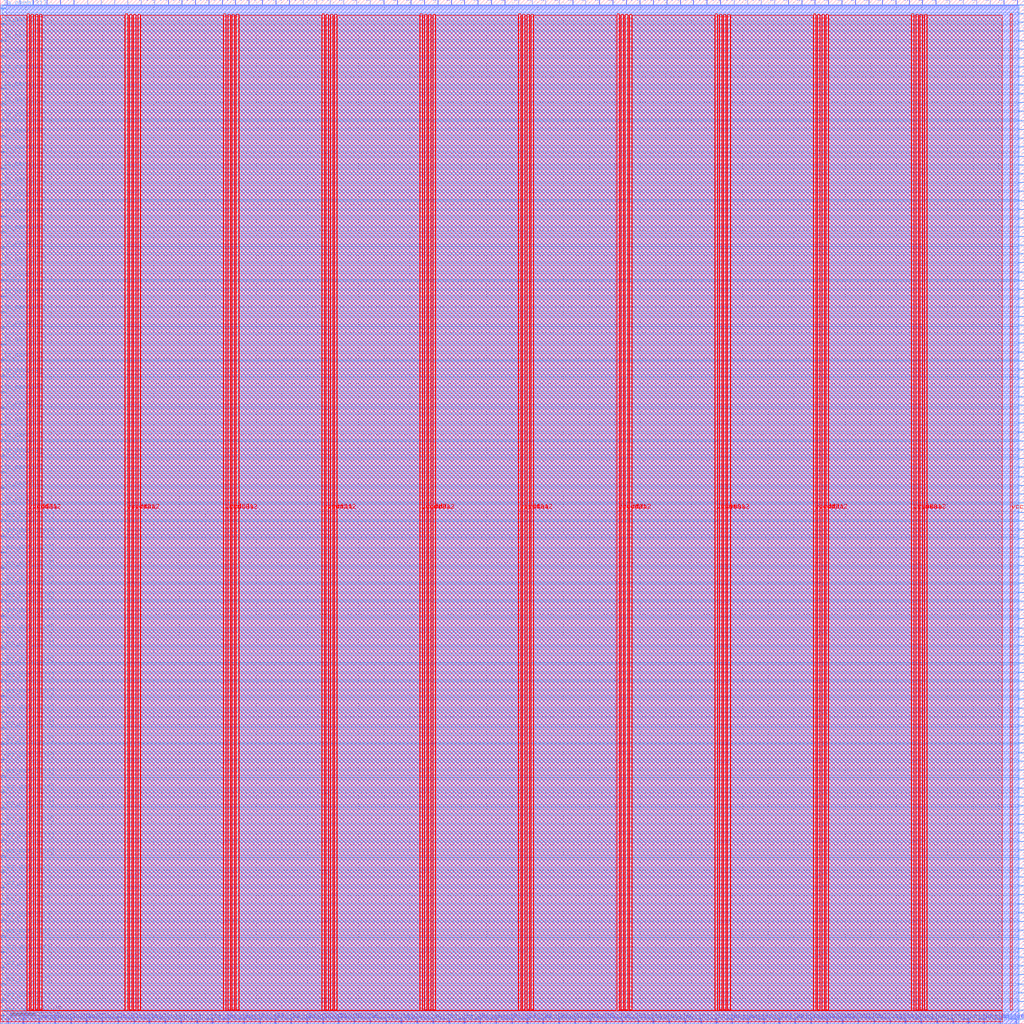
<source format=lef>
VERSION 5.7 ;
  NOWIREEXTENSIONATPIN ON ;
  DIVIDERCHAR "/" ;
  BUSBITCHARS "[]" ;
MACRO wrapper_sha1
  CLASS BLOCK ;
  FOREIGN wrapper_sha1 ;
  ORIGIN 0.000 0.000 ;
  SIZE 800.000 BY 800.000 ;
  PIN active
    DIRECTION INPUT ;
    USE SIGNAL ;
    PORT
      LAYER met2 ;
        RECT 68.170 796.000 68.450 800.000 ;
    END
  END active
  PIN io_in[0]
    DIRECTION INPUT ;
    USE SIGNAL ;
    PORT
      LAYER met3 ;
        RECT 796.000 3.440 800.000 4.040 ;
    END
  END io_in[0]
  PIN io_in[10]
    DIRECTION INPUT ;
    USE SIGNAL ;
    PORT
      LAYER met3 ;
        RECT 796.000 211.520 800.000 212.120 ;
    END
  END io_in[10]
  PIN io_in[11]
    DIRECTION INPUT ;
    USE SIGNAL ;
    PORT
      LAYER met3 ;
        RECT 796.000 232.600 800.000 233.200 ;
    END
  END io_in[11]
  PIN io_in[12]
    DIRECTION INPUT ;
    USE SIGNAL ;
    PORT
      LAYER met3 ;
        RECT 796.000 253.680 800.000 254.280 ;
    END
  END io_in[12]
  PIN io_in[13]
    DIRECTION INPUT ;
    USE SIGNAL ;
    PORT
      LAYER met3 ;
        RECT 796.000 274.080 800.000 274.680 ;
    END
  END io_in[13]
  PIN io_in[14]
    DIRECTION INPUT ;
    USE SIGNAL ;
    PORT
      LAYER met3 ;
        RECT 796.000 295.160 800.000 295.760 ;
    END
  END io_in[14]
  PIN io_in[15]
    DIRECTION INPUT ;
    USE SIGNAL ;
    PORT
      LAYER met3 ;
        RECT 796.000 316.240 800.000 316.840 ;
    END
  END io_in[15]
  PIN io_in[16]
    DIRECTION INPUT ;
    USE SIGNAL ;
    PORT
      LAYER met3 ;
        RECT 796.000 336.640 800.000 337.240 ;
    END
  END io_in[16]
  PIN io_in[17]
    DIRECTION INPUT ;
    USE SIGNAL ;
    PORT
      LAYER met3 ;
        RECT 796.000 357.720 800.000 358.320 ;
    END
  END io_in[17]
  PIN io_in[18]
    DIRECTION INPUT ;
    USE SIGNAL ;
    PORT
      LAYER met3 ;
        RECT 796.000 378.800 800.000 379.400 ;
    END
  END io_in[18]
  PIN io_in[19]
    DIRECTION INPUT ;
    USE SIGNAL ;
    PORT
      LAYER met3 ;
        RECT 796.000 399.200 800.000 399.800 ;
    END
  END io_in[19]
  PIN io_in[1]
    DIRECTION INPUT ;
    USE SIGNAL ;
    PORT
      LAYER met3 ;
        RECT 796.000 23.840 800.000 24.440 ;
    END
  END io_in[1]
  PIN io_in[20]
    DIRECTION INPUT ;
    USE SIGNAL ;
    PORT
      LAYER met3 ;
        RECT 796.000 420.280 800.000 420.880 ;
    END
  END io_in[20]
  PIN io_in[21]
    DIRECTION INPUT ;
    USE SIGNAL ;
    PORT
      LAYER met3 ;
        RECT 796.000 441.360 800.000 441.960 ;
    END
  END io_in[21]
  PIN io_in[22]
    DIRECTION INPUT ;
    USE SIGNAL ;
    PORT
      LAYER met3 ;
        RECT 796.000 461.760 800.000 462.360 ;
    END
  END io_in[22]
  PIN io_in[23]
    DIRECTION INPUT ;
    USE SIGNAL ;
    PORT
      LAYER met3 ;
        RECT 796.000 482.840 800.000 483.440 ;
    END
  END io_in[23]
  PIN io_in[24]
    DIRECTION INPUT ;
    USE SIGNAL ;
    PORT
      LAYER met3 ;
        RECT 796.000 503.920 800.000 504.520 ;
    END
  END io_in[24]
  PIN io_in[25]
    DIRECTION INPUT ;
    USE SIGNAL ;
    PORT
      LAYER met3 ;
        RECT 796.000 524.320 800.000 524.920 ;
    END
  END io_in[25]
  PIN io_in[26]
    DIRECTION INPUT ;
    USE SIGNAL ;
    PORT
      LAYER met3 ;
        RECT 796.000 545.400 800.000 546.000 ;
    END
  END io_in[26]
  PIN io_in[27]
    DIRECTION INPUT ;
    USE SIGNAL ;
    PORT
      LAYER met3 ;
        RECT 796.000 566.480 800.000 567.080 ;
    END
  END io_in[27]
  PIN io_in[28]
    DIRECTION INPUT ;
    USE SIGNAL ;
    PORT
      LAYER met3 ;
        RECT 796.000 586.880 800.000 587.480 ;
    END
  END io_in[28]
  PIN io_in[29]
    DIRECTION INPUT ;
    USE SIGNAL ;
    PORT
      LAYER met3 ;
        RECT 796.000 607.960 800.000 608.560 ;
    END
  END io_in[29]
  PIN io_in[2]
    DIRECTION INPUT ;
    USE SIGNAL ;
    PORT
      LAYER met3 ;
        RECT 796.000 44.920 800.000 45.520 ;
    END
  END io_in[2]
  PIN io_in[30]
    DIRECTION INPUT ;
    USE SIGNAL ;
    PORT
      LAYER met3 ;
        RECT 796.000 629.040 800.000 629.640 ;
    END
  END io_in[30]
  PIN io_in[31]
    DIRECTION INPUT ;
    USE SIGNAL ;
    PORT
      LAYER met3 ;
        RECT 796.000 650.120 800.000 650.720 ;
    END
  END io_in[31]
  PIN io_in[32]
    DIRECTION INPUT ;
    USE SIGNAL ;
    PORT
      LAYER met3 ;
        RECT 796.000 670.520 800.000 671.120 ;
    END
  END io_in[32]
  PIN io_in[33]
    DIRECTION INPUT ;
    USE SIGNAL ;
    PORT
      LAYER met3 ;
        RECT 796.000 691.600 800.000 692.200 ;
    END
  END io_in[33]
  PIN io_in[34]
    DIRECTION INPUT ;
    USE SIGNAL ;
    PORT
      LAYER met3 ;
        RECT 796.000 712.680 800.000 713.280 ;
    END
  END io_in[34]
  PIN io_in[35]
    DIRECTION INPUT ;
    USE SIGNAL ;
    PORT
      LAYER met3 ;
        RECT 796.000 733.080 800.000 733.680 ;
    END
  END io_in[35]
  PIN io_in[36]
    DIRECTION INPUT ;
    USE SIGNAL ;
    PORT
      LAYER met3 ;
        RECT 796.000 754.160 800.000 754.760 ;
    END
  END io_in[36]
  PIN io_in[37]
    DIRECTION INPUT ;
    USE SIGNAL ;
    PORT
      LAYER met3 ;
        RECT 796.000 775.240 800.000 775.840 ;
    END
  END io_in[37]
  PIN io_in[3]
    DIRECTION INPUT ;
    USE SIGNAL ;
    PORT
      LAYER met3 ;
        RECT 796.000 66.000 800.000 66.600 ;
    END
  END io_in[3]
  PIN io_in[4]
    DIRECTION INPUT ;
    USE SIGNAL ;
    PORT
      LAYER met3 ;
        RECT 796.000 86.400 800.000 87.000 ;
    END
  END io_in[4]
  PIN io_in[5]
    DIRECTION INPUT ;
    USE SIGNAL ;
    PORT
      LAYER met3 ;
        RECT 796.000 107.480 800.000 108.080 ;
    END
  END io_in[5]
  PIN io_in[6]
    DIRECTION INPUT ;
    USE SIGNAL ;
    PORT
      LAYER met3 ;
        RECT 796.000 128.560 800.000 129.160 ;
    END
  END io_in[6]
  PIN io_in[7]
    DIRECTION INPUT ;
    USE SIGNAL ;
    PORT
      LAYER met3 ;
        RECT 796.000 148.960 800.000 149.560 ;
    END
  END io_in[7]
  PIN io_in[8]
    DIRECTION INPUT ;
    USE SIGNAL ;
    PORT
      LAYER met3 ;
        RECT 796.000 170.040 800.000 170.640 ;
    END
  END io_in[8]
  PIN io_in[9]
    DIRECTION INPUT ;
    USE SIGNAL ;
    PORT
      LAYER met3 ;
        RECT 796.000 191.120 800.000 191.720 ;
    END
  END io_in[9]
  PIN io_oeb[0]
    DIRECTION OUTPUT TRISTATE ;
    USE SIGNAL ;
    PORT
      LAYER met3 ;
        RECT 796.000 17.040 800.000 17.640 ;
    END
  END io_oeb[0]
  PIN io_oeb[10]
    DIRECTION OUTPUT TRISTATE ;
    USE SIGNAL ;
    PORT
      LAYER met3 ;
        RECT 796.000 225.800 800.000 226.400 ;
    END
  END io_oeb[10]
  PIN io_oeb[11]
    DIRECTION OUTPUT TRISTATE ;
    USE SIGNAL ;
    PORT
      LAYER met3 ;
        RECT 796.000 246.200 800.000 246.800 ;
    END
  END io_oeb[11]
  PIN io_oeb[12]
    DIRECTION OUTPUT TRISTATE ;
    USE SIGNAL ;
    PORT
      LAYER met3 ;
        RECT 796.000 267.280 800.000 267.880 ;
    END
  END io_oeb[12]
  PIN io_oeb[13]
    DIRECTION OUTPUT TRISTATE ;
    USE SIGNAL ;
    PORT
      LAYER met3 ;
        RECT 796.000 288.360 800.000 288.960 ;
    END
  END io_oeb[13]
  PIN io_oeb[14]
    DIRECTION OUTPUT TRISTATE ;
    USE SIGNAL ;
    PORT
      LAYER met3 ;
        RECT 796.000 308.760 800.000 309.360 ;
    END
  END io_oeb[14]
  PIN io_oeb[15]
    DIRECTION OUTPUT TRISTATE ;
    USE SIGNAL ;
    PORT
      LAYER met3 ;
        RECT 796.000 329.840 800.000 330.440 ;
    END
  END io_oeb[15]
  PIN io_oeb[16]
    DIRECTION OUTPUT TRISTATE ;
    USE SIGNAL ;
    PORT
      LAYER met3 ;
        RECT 796.000 350.920 800.000 351.520 ;
    END
  END io_oeb[16]
  PIN io_oeb[17]
    DIRECTION OUTPUT TRISTATE ;
    USE SIGNAL ;
    PORT
      LAYER met3 ;
        RECT 796.000 371.320 800.000 371.920 ;
    END
  END io_oeb[17]
  PIN io_oeb[18]
    DIRECTION OUTPUT TRISTATE ;
    USE SIGNAL ;
    PORT
      LAYER met3 ;
        RECT 796.000 392.400 800.000 393.000 ;
    END
  END io_oeb[18]
  PIN io_oeb[19]
    DIRECTION OUTPUT TRISTATE ;
    USE SIGNAL ;
    PORT
      LAYER met3 ;
        RECT 796.000 413.480 800.000 414.080 ;
    END
  END io_oeb[19]
  PIN io_oeb[1]
    DIRECTION OUTPUT TRISTATE ;
    USE SIGNAL ;
    PORT
      LAYER met3 ;
        RECT 796.000 38.120 800.000 38.720 ;
    END
  END io_oeb[1]
  PIN io_oeb[20]
    DIRECTION OUTPUT TRISTATE ;
    USE SIGNAL ;
    PORT
      LAYER met3 ;
        RECT 796.000 434.560 800.000 435.160 ;
    END
  END io_oeb[20]
  PIN io_oeb[21]
    DIRECTION OUTPUT TRISTATE ;
    USE SIGNAL ;
    PORT
      LAYER met3 ;
        RECT 796.000 454.960 800.000 455.560 ;
    END
  END io_oeb[21]
  PIN io_oeb[22]
    DIRECTION OUTPUT TRISTATE ;
    USE SIGNAL ;
    PORT
      LAYER met3 ;
        RECT 796.000 476.040 800.000 476.640 ;
    END
  END io_oeb[22]
  PIN io_oeb[23]
    DIRECTION OUTPUT TRISTATE ;
    USE SIGNAL ;
    PORT
      LAYER met3 ;
        RECT 796.000 497.120 800.000 497.720 ;
    END
  END io_oeb[23]
  PIN io_oeb[24]
    DIRECTION OUTPUT TRISTATE ;
    USE SIGNAL ;
    PORT
      LAYER met3 ;
        RECT 796.000 517.520 800.000 518.120 ;
    END
  END io_oeb[24]
  PIN io_oeb[25]
    DIRECTION OUTPUT TRISTATE ;
    USE SIGNAL ;
    PORT
      LAYER met3 ;
        RECT 796.000 538.600 800.000 539.200 ;
    END
  END io_oeb[25]
  PIN io_oeb[26]
    DIRECTION OUTPUT TRISTATE ;
    USE SIGNAL ;
    PORT
      LAYER met3 ;
        RECT 796.000 559.680 800.000 560.280 ;
    END
  END io_oeb[26]
  PIN io_oeb[27]
    DIRECTION OUTPUT TRISTATE ;
    USE SIGNAL ;
    PORT
      LAYER met3 ;
        RECT 796.000 580.080 800.000 580.680 ;
    END
  END io_oeb[27]
  PIN io_oeb[28]
    DIRECTION OUTPUT TRISTATE ;
    USE SIGNAL ;
    PORT
      LAYER met3 ;
        RECT 796.000 601.160 800.000 601.760 ;
    END
  END io_oeb[28]
  PIN io_oeb[29]
    DIRECTION OUTPUT TRISTATE ;
    USE SIGNAL ;
    PORT
      LAYER met3 ;
        RECT 796.000 622.240 800.000 622.840 ;
    END
  END io_oeb[29]
  PIN io_oeb[2]
    DIRECTION OUTPUT TRISTATE ;
    USE SIGNAL ;
    PORT
      LAYER met3 ;
        RECT 796.000 58.520 800.000 59.120 ;
    END
  END io_oeb[2]
  PIN io_oeb[30]
    DIRECTION OUTPUT TRISTATE ;
    USE SIGNAL ;
    PORT
      LAYER met3 ;
        RECT 796.000 642.640 800.000 643.240 ;
    END
  END io_oeb[30]
  PIN io_oeb[31]
    DIRECTION OUTPUT TRISTATE ;
    USE SIGNAL ;
    PORT
      LAYER met3 ;
        RECT 796.000 663.720 800.000 664.320 ;
    END
  END io_oeb[31]
  PIN io_oeb[32]
    DIRECTION OUTPUT TRISTATE ;
    USE SIGNAL ;
    PORT
      LAYER met3 ;
        RECT 796.000 684.800 800.000 685.400 ;
    END
  END io_oeb[32]
  PIN io_oeb[33]
    DIRECTION OUTPUT TRISTATE ;
    USE SIGNAL ;
    PORT
      LAYER met3 ;
        RECT 796.000 705.200 800.000 705.800 ;
    END
  END io_oeb[33]
  PIN io_oeb[34]
    DIRECTION OUTPUT TRISTATE ;
    USE SIGNAL ;
    PORT
      LAYER met3 ;
        RECT 796.000 726.280 800.000 726.880 ;
    END
  END io_oeb[34]
  PIN io_oeb[35]
    DIRECTION OUTPUT TRISTATE ;
    USE SIGNAL ;
    PORT
      LAYER met3 ;
        RECT 796.000 747.360 800.000 747.960 ;
    END
  END io_oeb[35]
  PIN io_oeb[36]
    DIRECTION OUTPUT TRISTATE ;
    USE SIGNAL ;
    PORT
      LAYER met3 ;
        RECT 796.000 767.760 800.000 768.360 ;
    END
  END io_oeb[36]
  PIN io_oeb[37]
    DIRECTION OUTPUT TRISTATE ;
    USE SIGNAL ;
    PORT
      LAYER met3 ;
        RECT 796.000 788.840 800.000 789.440 ;
    END
  END io_oeb[37]
  PIN io_oeb[3]
    DIRECTION OUTPUT TRISTATE ;
    USE SIGNAL ;
    PORT
      LAYER met3 ;
        RECT 796.000 79.600 800.000 80.200 ;
    END
  END io_oeb[3]
  PIN io_oeb[4]
    DIRECTION OUTPUT TRISTATE ;
    USE SIGNAL ;
    PORT
      LAYER met3 ;
        RECT 796.000 100.680 800.000 101.280 ;
    END
  END io_oeb[4]
  PIN io_oeb[5]
    DIRECTION OUTPUT TRISTATE ;
    USE SIGNAL ;
    PORT
      LAYER met3 ;
        RECT 796.000 121.080 800.000 121.680 ;
    END
  END io_oeb[5]
  PIN io_oeb[6]
    DIRECTION OUTPUT TRISTATE ;
    USE SIGNAL ;
    PORT
      LAYER met3 ;
        RECT 796.000 142.160 800.000 142.760 ;
    END
  END io_oeb[6]
  PIN io_oeb[7]
    DIRECTION OUTPUT TRISTATE ;
    USE SIGNAL ;
    PORT
      LAYER met3 ;
        RECT 796.000 163.240 800.000 163.840 ;
    END
  END io_oeb[7]
  PIN io_oeb[8]
    DIRECTION OUTPUT TRISTATE ;
    USE SIGNAL ;
    PORT
      LAYER met3 ;
        RECT 796.000 183.640 800.000 184.240 ;
    END
  END io_oeb[8]
  PIN io_oeb[9]
    DIRECTION OUTPUT TRISTATE ;
    USE SIGNAL ;
    PORT
      LAYER met3 ;
        RECT 796.000 204.720 800.000 205.320 ;
    END
  END io_oeb[9]
  PIN io_out[0]
    DIRECTION OUTPUT TRISTATE ;
    USE SIGNAL ;
    PORT
      LAYER met3 ;
        RECT 796.000 10.240 800.000 10.840 ;
    END
  END io_out[0]
  PIN io_out[10]
    DIRECTION OUTPUT TRISTATE ;
    USE SIGNAL ;
    PORT
      LAYER met3 ;
        RECT 796.000 219.000 800.000 219.600 ;
    END
  END io_out[10]
  PIN io_out[11]
    DIRECTION OUTPUT TRISTATE ;
    USE SIGNAL ;
    PORT
      LAYER met3 ;
        RECT 796.000 239.400 800.000 240.000 ;
    END
  END io_out[11]
  PIN io_out[12]
    DIRECTION OUTPUT TRISTATE ;
    USE SIGNAL ;
    PORT
      LAYER met3 ;
        RECT 796.000 260.480 800.000 261.080 ;
    END
  END io_out[12]
  PIN io_out[13]
    DIRECTION OUTPUT TRISTATE ;
    USE SIGNAL ;
    PORT
      LAYER met3 ;
        RECT 796.000 281.560 800.000 282.160 ;
    END
  END io_out[13]
  PIN io_out[14]
    DIRECTION OUTPUT TRISTATE ;
    USE SIGNAL ;
    PORT
      LAYER met3 ;
        RECT 796.000 301.960 800.000 302.560 ;
    END
  END io_out[14]
  PIN io_out[15]
    DIRECTION OUTPUT TRISTATE ;
    USE SIGNAL ;
    PORT
      LAYER met3 ;
        RECT 796.000 323.040 800.000 323.640 ;
    END
  END io_out[15]
  PIN io_out[16]
    DIRECTION OUTPUT TRISTATE ;
    USE SIGNAL ;
    PORT
      LAYER met3 ;
        RECT 796.000 344.120 800.000 344.720 ;
    END
  END io_out[16]
  PIN io_out[17]
    DIRECTION OUTPUT TRISTATE ;
    USE SIGNAL ;
    PORT
      LAYER met3 ;
        RECT 796.000 364.520 800.000 365.120 ;
    END
  END io_out[17]
  PIN io_out[18]
    DIRECTION OUTPUT TRISTATE ;
    USE SIGNAL ;
    PORT
      LAYER met3 ;
        RECT 796.000 385.600 800.000 386.200 ;
    END
  END io_out[18]
  PIN io_out[19]
    DIRECTION OUTPUT TRISTATE ;
    USE SIGNAL ;
    PORT
      LAYER met3 ;
        RECT 796.000 406.680 800.000 407.280 ;
    END
  END io_out[19]
  PIN io_out[1]
    DIRECTION OUTPUT TRISTATE ;
    USE SIGNAL ;
    PORT
      LAYER met3 ;
        RECT 796.000 30.640 800.000 31.240 ;
    END
  END io_out[1]
  PIN io_out[20]
    DIRECTION OUTPUT TRISTATE ;
    USE SIGNAL ;
    PORT
      LAYER met3 ;
        RECT 796.000 427.080 800.000 427.680 ;
    END
  END io_out[20]
  PIN io_out[21]
    DIRECTION OUTPUT TRISTATE ;
    USE SIGNAL ;
    PORT
      LAYER met3 ;
        RECT 796.000 448.160 800.000 448.760 ;
    END
  END io_out[21]
  PIN io_out[22]
    DIRECTION OUTPUT TRISTATE ;
    USE SIGNAL ;
    PORT
      LAYER met3 ;
        RECT 796.000 469.240 800.000 469.840 ;
    END
  END io_out[22]
  PIN io_out[23]
    DIRECTION OUTPUT TRISTATE ;
    USE SIGNAL ;
    PORT
      LAYER met3 ;
        RECT 796.000 489.640 800.000 490.240 ;
    END
  END io_out[23]
  PIN io_out[24]
    DIRECTION OUTPUT TRISTATE ;
    USE SIGNAL ;
    PORT
      LAYER met3 ;
        RECT 796.000 510.720 800.000 511.320 ;
    END
  END io_out[24]
  PIN io_out[25]
    DIRECTION OUTPUT TRISTATE ;
    USE SIGNAL ;
    PORT
      LAYER met3 ;
        RECT 796.000 531.800 800.000 532.400 ;
    END
  END io_out[25]
  PIN io_out[26]
    DIRECTION OUTPUT TRISTATE ;
    USE SIGNAL ;
    PORT
      LAYER met3 ;
        RECT 796.000 552.200 800.000 552.800 ;
    END
  END io_out[26]
  PIN io_out[27]
    DIRECTION OUTPUT TRISTATE ;
    USE SIGNAL ;
    PORT
      LAYER met3 ;
        RECT 796.000 573.280 800.000 573.880 ;
    END
  END io_out[27]
  PIN io_out[28]
    DIRECTION OUTPUT TRISTATE ;
    USE SIGNAL ;
    PORT
      LAYER met3 ;
        RECT 796.000 594.360 800.000 594.960 ;
    END
  END io_out[28]
  PIN io_out[29]
    DIRECTION OUTPUT TRISTATE ;
    USE SIGNAL ;
    PORT
      LAYER met3 ;
        RECT 796.000 614.760 800.000 615.360 ;
    END
  END io_out[29]
  PIN io_out[2]
    DIRECTION OUTPUT TRISTATE ;
    USE SIGNAL ;
    PORT
      LAYER met3 ;
        RECT 796.000 51.720 800.000 52.320 ;
    END
  END io_out[2]
  PIN io_out[30]
    DIRECTION OUTPUT TRISTATE ;
    USE SIGNAL ;
    PORT
      LAYER met3 ;
        RECT 796.000 635.840 800.000 636.440 ;
    END
  END io_out[30]
  PIN io_out[31]
    DIRECTION OUTPUT TRISTATE ;
    USE SIGNAL ;
    PORT
      LAYER met3 ;
        RECT 796.000 656.920 800.000 657.520 ;
    END
  END io_out[31]
  PIN io_out[32]
    DIRECTION OUTPUT TRISTATE ;
    USE SIGNAL ;
    PORT
      LAYER met3 ;
        RECT 796.000 677.320 800.000 677.920 ;
    END
  END io_out[32]
  PIN io_out[33]
    DIRECTION OUTPUT TRISTATE ;
    USE SIGNAL ;
    PORT
      LAYER met3 ;
        RECT 796.000 698.400 800.000 699.000 ;
    END
  END io_out[33]
  PIN io_out[34]
    DIRECTION OUTPUT TRISTATE ;
    USE SIGNAL ;
    PORT
      LAYER met3 ;
        RECT 796.000 719.480 800.000 720.080 ;
    END
  END io_out[34]
  PIN io_out[35]
    DIRECTION OUTPUT TRISTATE ;
    USE SIGNAL ;
    PORT
      LAYER met3 ;
        RECT 796.000 739.880 800.000 740.480 ;
    END
  END io_out[35]
  PIN io_out[36]
    DIRECTION OUTPUT TRISTATE ;
    USE SIGNAL ;
    PORT
      LAYER met3 ;
        RECT 796.000 760.960 800.000 761.560 ;
    END
  END io_out[36]
  PIN io_out[37]
    DIRECTION OUTPUT TRISTATE ;
    USE SIGNAL ;
    PORT
      LAYER met3 ;
        RECT 796.000 782.040 800.000 782.640 ;
    END
  END io_out[37]
  PIN io_out[3]
    DIRECTION OUTPUT TRISTATE ;
    USE SIGNAL ;
    PORT
      LAYER met3 ;
        RECT 796.000 72.800 800.000 73.400 ;
    END
  END io_out[3]
  PIN io_out[4]
    DIRECTION OUTPUT TRISTATE ;
    USE SIGNAL ;
    PORT
      LAYER met3 ;
        RECT 796.000 93.200 800.000 93.800 ;
    END
  END io_out[4]
  PIN io_out[5]
    DIRECTION OUTPUT TRISTATE ;
    USE SIGNAL ;
    PORT
      LAYER met3 ;
        RECT 796.000 114.280 800.000 114.880 ;
    END
  END io_out[5]
  PIN io_out[6]
    DIRECTION OUTPUT TRISTATE ;
    USE SIGNAL ;
    PORT
      LAYER met3 ;
        RECT 796.000 135.360 800.000 135.960 ;
    END
  END io_out[6]
  PIN io_out[7]
    DIRECTION OUTPUT TRISTATE ;
    USE SIGNAL ;
    PORT
      LAYER met3 ;
        RECT 796.000 155.760 800.000 156.360 ;
    END
  END io_out[7]
  PIN io_out[8]
    DIRECTION OUTPUT TRISTATE ;
    USE SIGNAL ;
    PORT
      LAYER met3 ;
        RECT 796.000 176.840 800.000 177.440 ;
    END
  END io_out[8]
  PIN io_out[9]
    DIRECTION OUTPUT TRISTATE ;
    USE SIGNAL ;
    PORT
      LAYER met3 ;
        RECT 796.000 197.920 800.000 198.520 ;
    END
  END io_out[9]
  PIN irq[0]
    DIRECTION OUTPUT TRISTATE ;
    USE SIGNAL ;
    PORT
      LAYER met3 ;
        RECT 796.000 795.640 800.000 796.240 ;
    END
  END irq[0]
  PIN irq[1]
    DIRECTION OUTPUT TRISTATE ;
    USE SIGNAL ;
    PORT
      LAYER met2 ;
        RECT 793.590 0.000 793.870 4.000 ;
    END
  END irq[1]
  PIN irq[2]
    DIRECTION OUTPUT TRISTATE ;
    USE SIGNAL ;
    PORT
      LAYER met2 ;
        RECT 794.510 796.000 794.790 800.000 ;
    END
  END irq[2]
  PIN la_data_in[0]
    DIRECTION INPUT ;
    USE SIGNAL ;
    PORT
      LAYER met2 ;
        RECT 6.070 0.000 6.350 4.000 ;
    END
  END la_data_in[0]
  PIN la_data_in[10]
    DIRECTION INPUT ;
    USE SIGNAL ;
    PORT
      LAYER met2 ;
        RECT 128.890 0.000 129.170 4.000 ;
    END
  END la_data_in[10]
  PIN la_data_in[11]
    DIRECTION INPUT ;
    USE SIGNAL ;
    PORT
      LAYER met2 ;
        RECT 141.310 0.000 141.590 4.000 ;
    END
  END la_data_in[11]
  PIN la_data_in[12]
    DIRECTION INPUT ;
    USE SIGNAL ;
    PORT
      LAYER met2 ;
        RECT 153.730 0.000 154.010 4.000 ;
    END
  END la_data_in[12]
  PIN la_data_in[13]
    DIRECTION INPUT ;
    USE SIGNAL ;
    PORT
      LAYER met2 ;
        RECT 165.690 0.000 165.970 4.000 ;
    END
  END la_data_in[13]
  PIN la_data_in[14]
    DIRECTION INPUT ;
    USE SIGNAL ;
    PORT
      LAYER met2 ;
        RECT 178.110 0.000 178.390 4.000 ;
    END
  END la_data_in[14]
  PIN la_data_in[15]
    DIRECTION INPUT ;
    USE SIGNAL ;
    PORT
      LAYER met2 ;
        RECT 190.530 0.000 190.810 4.000 ;
    END
  END la_data_in[15]
  PIN la_data_in[16]
    DIRECTION INPUT ;
    USE SIGNAL ;
    PORT
      LAYER met2 ;
        RECT 202.950 0.000 203.230 4.000 ;
    END
  END la_data_in[16]
  PIN la_data_in[17]
    DIRECTION INPUT ;
    USE SIGNAL ;
    PORT
      LAYER met2 ;
        RECT 214.910 0.000 215.190 4.000 ;
    END
  END la_data_in[17]
  PIN la_data_in[18]
    DIRECTION INPUT ;
    USE SIGNAL ;
    PORT
      LAYER met2 ;
        RECT 227.330 0.000 227.610 4.000 ;
    END
  END la_data_in[18]
  PIN la_data_in[19]
    DIRECTION INPUT ;
    USE SIGNAL ;
    PORT
      LAYER met2 ;
        RECT 239.750 0.000 240.030 4.000 ;
    END
  END la_data_in[19]
  PIN la_data_in[1]
    DIRECTION INPUT ;
    USE SIGNAL ;
    PORT
      LAYER met2 ;
        RECT 18.030 0.000 18.310 4.000 ;
    END
  END la_data_in[1]
  PIN la_data_in[20]
    DIRECTION INPUT ;
    USE SIGNAL ;
    PORT
      LAYER met2 ;
        RECT 252.170 0.000 252.450 4.000 ;
    END
  END la_data_in[20]
  PIN la_data_in[21]
    DIRECTION INPUT ;
    USE SIGNAL ;
    PORT
      LAYER met2 ;
        RECT 264.130 0.000 264.410 4.000 ;
    END
  END la_data_in[21]
  PIN la_data_in[22]
    DIRECTION INPUT ;
    USE SIGNAL ;
    PORT
      LAYER met2 ;
        RECT 276.550 0.000 276.830 4.000 ;
    END
  END la_data_in[22]
  PIN la_data_in[23]
    DIRECTION INPUT ;
    USE SIGNAL ;
    PORT
      LAYER met2 ;
        RECT 288.970 0.000 289.250 4.000 ;
    END
  END la_data_in[23]
  PIN la_data_in[24]
    DIRECTION INPUT ;
    USE SIGNAL ;
    PORT
      LAYER met2 ;
        RECT 301.390 0.000 301.670 4.000 ;
    END
  END la_data_in[24]
  PIN la_data_in[25]
    DIRECTION INPUT ;
    USE SIGNAL ;
    PORT
      LAYER met2 ;
        RECT 313.350 0.000 313.630 4.000 ;
    END
  END la_data_in[25]
  PIN la_data_in[26]
    DIRECTION INPUT ;
    USE SIGNAL ;
    PORT
      LAYER met2 ;
        RECT 325.770 0.000 326.050 4.000 ;
    END
  END la_data_in[26]
  PIN la_data_in[27]
    DIRECTION INPUT ;
    USE SIGNAL ;
    PORT
      LAYER met2 ;
        RECT 338.190 0.000 338.470 4.000 ;
    END
  END la_data_in[27]
  PIN la_data_in[28]
    DIRECTION INPUT ;
    USE SIGNAL ;
    PORT
      LAYER met2 ;
        RECT 350.610 0.000 350.890 4.000 ;
    END
  END la_data_in[28]
  PIN la_data_in[29]
    DIRECTION INPUT ;
    USE SIGNAL ;
    PORT
      LAYER met2 ;
        RECT 362.570 0.000 362.850 4.000 ;
    END
  END la_data_in[29]
  PIN la_data_in[2]
    DIRECTION INPUT ;
    USE SIGNAL ;
    PORT
      LAYER met2 ;
        RECT 30.450 0.000 30.730 4.000 ;
    END
  END la_data_in[2]
  PIN la_data_in[30]
    DIRECTION INPUT ;
    USE SIGNAL ;
    PORT
      LAYER met2 ;
        RECT 374.990 0.000 375.270 4.000 ;
    END
  END la_data_in[30]
  PIN la_data_in[31]
    DIRECTION INPUT ;
    USE SIGNAL ;
    PORT
      LAYER met2 ;
        RECT 387.410 0.000 387.690 4.000 ;
    END
  END la_data_in[31]
  PIN la_data_in[3]
    DIRECTION INPUT ;
    USE SIGNAL ;
    PORT
      LAYER met2 ;
        RECT 42.870 0.000 43.150 4.000 ;
    END
  END la_data_in[3]
  PIN la_data_in[4]
    DIRECTION INPUT ;
    USE SIGNAL ;
    PORT
      LAYER met2 ;
        RECT 55.290 0.000 55.570 4.000 ;
    END
  END la_data_in[4]
  PIN la_data_in[5]
    DIRECTION INPUT ;
    USE SIGNAL ;
    PORT
      LAYER met2 ;
        RECT 67.250 0.000 67.530 4.000 ;
    END
  END la_data_in[5]
  PIN la_data_in[6]
    DIRECTION INPUT ;
    USE SIGNAL ;
    PORT
      LAYER met2 ;
        RECT 79.670 0.000 79.950 4.000 ;
    END
  END la_data_in[6]
  PIN la_data_in[7]
    DIRECTION INPUT ;
    USE SIGNAL ;
    PORT
      LAYER met2 ;
        RECT 92.090 0.000 92.370 4.000 ;
    END
  END la_data_in[7]
  PIN la_data_in[8]
    DIRECTION INPUT ;
    USE SIGNAL ;
    PORT
      LAYER met2 ;
        RECT 104.510 0.000 104.790 4.000 ;
    END
  END la_data_in[8]
  PIN la_data_in[9]
    DIRECTION INPUT ;
    USE SIGNAL ;
    PORT
      LAYER met2 ;
        RECT 116.470 0.000 116.750 4.000 ;
    END
  END la_data_in[9]
  PIN la_data_out[0]
    DIRECTION OUTPUT TRISTATE ;
    USE SIGNAL ;
    PORT
      LAYER met2 ;
        RECT 399.830 0.000 400.110 4.000 ;
    END
  END la_data_out[0]
  PIN la_data_out[10]
    DIRECTION OUTPUT TRISTATE ;
    USE SIGNAL ;
    PORT
      LAYER met2 ;
        RECT 522.650 0.000 522.930 4.000 ;
    END
  END la_data_out[10]
  PIN la_data_out[11]
    DIRECTION OUTPUT TRISTATE ;
    USE SIGNAL ;
    PORT
      LAYER met2 ;
        RECT 535.070 0.000 535.350 4.000 ;
    END
  END la_data_out[11]
  PIN la_data_out[12]
    DIRECTION OUTPUT TRISTATE ;
    USE SIGNAL ;
    PORT
      LAYER met2 ;
        RECT 547.490 0.000 547.770 4.000 ;
    END
  END la_data_out[12]
  PIN la_data_out[13]
    DIRECTION OUTPUT TRISTATE ;
    USE SIGNAL ;
    PORT
      LAYER met2 ;
        RECT 559.450 0.000 559.730 4.000 ;
    END
  END la_data_out[13]
  PIN la_data_out[14]
    DIRECTION OUTPUT TRISTATE ;
    USE SIGNAL ;
    PORT
      LAYER met2 ;
        RECT 571.870 0.000 572.150 4.000 ;
    END
  END la_data_out[14]
  PIN la_data_out[15]
    DIRECTION OUTPUT TRISTATE ;
    USE SIGNAL ;
    PORT
      LAYER met2 ;
        RECT 584.290 0.000 584.570 4.000 ;
    END
  END la_data_out[15]
  PIN la_data_out[16]
    DIRECTION OUTPUT TRISTATE ;
    USE SIGNAL ;
    PORT
      LAYER met2 ;
        RECT 596.710 0.000 596.990 4.000 ;
    END
  END la_data_out[16]
  PIN la_data_out[17]
    DIRECTION OUTPUT TRISTATE ;
    USE SIGNAL ;
    PORT
      LAYER met2 ;
        RECT 608.670 0.000 608.950 4.000 ;
    END
  END la_data_out[17]
  PIN la_data_out[18]
    DIRECTION OUTPUT TRISTATE ;
    USE SIGNAL ;
    PORT
      LAYER met2 ;
        RECT 621.090 0.000 621.370 4.000 ;
    END
  END la_data_out[18]
  PIN la_data_out[19]
    DIRECTION OUTPUT TRISTATE ;
    USE SIGNAL ;
    PORT
      LAYER met2 ;
        RECT 633.510 0.000 633.790 4.000 ;
    END
  END la_data_out[19]
  PIN la_data_out[1]
    DIRECTION OUTPUT TRISTATE ;
    USE SIGNAL ;
    PORT
      LAYER met2 ;
        RECT 411.790 0.000 412.070 4.000 ;
    END
  END la_data_out[1]
  PIN la_data_out[20]
    DIRECTION OUTPUT TRISTATE ;
    USE SIGNAL ;
    PORT
      LAYER met2 ;
        RECT 645.930 0.000 646.210 4.000 ;
    END
  END la_data_out[20]
  PIN la_data_out[21]
    DIRECTION OUTPUT TRISTATE ;
    USE SIGNAL ;
    PORT
      LAYER met2 ;
        RECT 657.890 0.000 658.170 4.000 ;
    END
  END la_data_out[21]
  PIN la_data_out[22]
    DIRECTION OUTPUT TRISTATE ;
    USE SIGNAL ;
    PORT
      LAYER met2 ;
        RECT 670.310 0.000 670.590 4.000 ;
    END
  END la_data_out[22]
  PIN la_data_out[23]
    DIRECTION OUTPUT TRISTATE ;
    USE SIGNAL ;
    PORT
      LAYER met2 ;
        RECT 682.730 0.000 683.010 4.000 ;
    END
  END la_data_out[23]
  PIN la_data_out[24]
    DIRECTION OUTPUT TRISTATE ;
    USE SIGNAL ;
    PORT
      LAYER met2 ;
        RECT 695.150 0.000 695.430 4.000 ;
    END
  END la_data_out[24]
  PIN la_data_out[25]
    DIRECTION OUTPUT TRISTATE ;
    USE SIGNAL ;
    PORT
      LAYER met2 ;
        RECT 707.110 0.000 707.390 4.000 ;
    END
  END la_data_out[25]
  PIN la_data_out[26]
    DIRECTION OUTPUT TRISTATE ;
    USE SIGNAL ;
    PORT
      LAYER met2 ;
        RECT 719.530 0.000 719.810 4.000 ;
    END
  END la_data_out[26]
  PIN la_data_out[27]
    DIRECTION OUTPUT TRISTATE ;
    USE SIGNAL ;
    PORT
      LAYER met2 ;
        RECT 731.950 0.000 732.230 4.000 ;
    END
  END la_data_out[27]
  PIN la_data_out[28]
    DIRECTION OUTPUT TRISTATE ;
    USE SIGNAL ;
    PORT
      LAYER met2 ;
        RECT 744.370 0.000 744.650 4.000 ;
    END
  END la_data_out[28]
  PIN la_data_out[29]
    DIRECTION OUTPUT TRISTATE ;
    USE SIGNAL ;
    PORT
      LAYER met2 ;
        RECT 756.330 0.000 756.610 4.000 ;
    END
  END la_data_out[29]
  PIN la_data_out[2]
    DIRECTION OUTPUT TRISTATE ;
    USE SIGNAL ;
    PORT
      LAYER met2 ;
        RECT 424.210 0.000 424.490 4.000 ;
    END
  END la_data_out[2]
  PIN la_data_out[30]
    DIRECTION OUTPUT TRISTATE ;
    USE SIGNAL ;
    PORT
      LAYER met2 ;
        RECT 768.750 0.000 769.030 4.000 ;
    END
  END la_data_out[30]
  PIN la_data_out[31]
    DIRECTION OUTPUT TRISTATE ;
    USE SIGNAL ;
    PORT
      LAYER met2 ;
        RECT 781.170 0.000 781.450 4.000 ;
    END
  END la_data_out[31]
  PIN la_data_out[3]
    DIRECTION OUTPUT TRISTATE ;
    USE SIGNAL ;
    PORT
      LAYER met2 ;
        RECT 436.630 0.000 436.910 4.000 ;
    END
  END la_data_out[3]
  PIN la_data_out[4]
    DIRECTION OUTPUT TRISTATE ;
    USE SIGNAL ;
    PORT
      LAYER met2 ;
        RECT 449.050 0.000 449.330 4.000 ;
    END
  END la_data_out[4]
  PIN la_data_out[5]
    DIRECTION OUTPUT TRISTATE ;
    USE SIGNAL ;
    PORT
      LAYER met2 ;
        RECT 461.010 0.000 461.290 4.000 ;
    END
  END la_data_out[5]
  PIN la_data_out[6]
    DIRECTION OUTPUT TRISTATE ;
    USE SIGNAL ;
    PORT
      LAYER met2 ;
        RECT 473.430 0.000 473.710 4.000 ;
    END
  END la_data_out[6]
  PIN la_data_out[7]
    DIRECTION OUTPUT TRISTATE ;
    USE SIGNAL ;
    PORT
      LAYER met2 ;
        RECT 485.850 0.000 486.130 4.000 ;
    END
  END la_data_out[7]
  PIN la_data_out[8]
    DIRECTION OUTPUT TRISTATE ;
    USE SIGNAL ;
    PORT
      LAYER met2 ;
        RECT 498.270 0.000 498.550 4.000 ;
    END
  END la_data_out[8]
  PIN la_data_out[9]
    DIRECTION OUTPUT TRISTATE ;
    USE SIGNAL ;
    PORT
      LAYER met2 ;
        RECT 510.230 0.000 510.510 4.000 ;
    END
  END la_data_out[9]
  PIN la_oenb[0]
    DIRECTION INPUT ;
    USE SIGNAL ;
    PORT
      LAYER met3 ;
        RECT 0.000 406.000 4.000 406.600 ;
    END
  END la_oenb[0]
  PIN la_oenb[10]
    DIRECTION INPUT ;
    USE SIGNAL ;
    PORT
      LAYER met3 ;
        RECT 0.000 530.440 4.000 531.040 ;
    END
  END la_oenb[10]
  PIN la_oenb[11]
    DIRECTION INPUT ;
    USE SIGNAL ;
    PORT
      LAYER met3 ;
        RECT 0.000 543.360 4.000 543.960 ;
    END
  END la_oenb[11]
  PIN la_oenb[12]
    DIRECTION INPUT ;
    USE SIGNAL ;
    PORT
      LAYER met3 ;
        RECT 0.000 555.600 4.000 556.200 ;
    END
  END la_oenb[12]
  PIN la_oenb[13]
    DIRECTION INPUT ;
    USE SIGNAL ;
    PORT
      LAYER met3 ;
        RECT 0.000 567.840 4.000 568.440 ;
    END
  END la_oenb[13]
  PIN la_oenb[14]
    DIRECTION INPUT ;
    USE SIGNAL ;
    PORT
      LAYER met3 ;
        RECT 0.000 580.760 4.000 581.360 ;
    END
  END la_oenb[14]
  PIN la_oenb[15]
    DIRECTION INPUT ;
    USE SIGNAL ;
    PORT
      LAYER met3 ;
        RECT 0.000 593.000 4.000 593.600 ;
    END
  END la_oenb[15]
  PIN la_oenb[16]
    DIRECTION INPUT ;
    USE SIGNAL ;
    PORT
      LAYER met3 ;
        RECT 0.000 605.920 4.000 606.520 ;
    END
  END la_oenb[16]
  PIN la_oenb[17]
    DIRECTION INPUT ;
    USE SIGNAL ;
    PORT
      LAYER met3 ;
        RECT 0.000 618.160 4.000 618.760 ;
    END
  END la_oenb[17]
  PIN la_oenb[18]
    DIRECTION INPUT ;
    USE SIGNAL ;
    PORT
      LAYER met3 ;
        RECT 0.000 630.400 4.000 631.000 ;
    END
  END la_oenb[18]
  PIN la_oenb[19]
    DIRECTION INPUT ;
    USE SIGNAL ;
    PORT
      LAYER met3 ;
        RECT 0.000 643.320 4.000 643.920 ;
    END
  END la_oenb[19]
  PIN la_oenb[1]
    DIRECTION INPUT ;
    USE SIGNAL ;
    PORT
      LAYER met3 ;
        RECT 0.000 418.240 4.000 418.840 ;
    END
  END la_oenb[1]
  PIN la_oenb[20]
    DIRECTION INPUT ;
    USE SIGNAL ;
    PORT
      LAYER met3 ;
        RECT 0.000 655.560 4.000 656.160 ;
    END
  END la_oenb[20]
  PIN la_oenb[21]
    DIRECTION INPUT ;
    USE SIGNAL ;
    PORT
      LAYER met3 ;
        RECT 0.000 667.800 4.000 668.400 ;
    END
  END la_oenb[21]
  PIN la_oenb[22]
    DIRECTION INPUT ;
    USE SIGNAL ;
    PORT
      LAYER met3 ;
        RECT 0.000 680.720 4.000 681.320 ;
    END
  END la_oenb[22]
  PIN la_oenb[23]
    DIRECTION INPUT ;
    USE SIGNAL ;
    PORT
      LAYER met3 ;
        RECT 0.000 692.960 4.000 693.560 ;
    END
  END la_oenb[23]
  PIN la_oenb[24]
    DIRECTION INPUT ;
    USE SIGNAL ;
    PORT
      LAYER met3 ;
        RECT 0.000 705.880 4.000 706.480 ;
    END
  END la_oenb[24]
  PIN la_oenb[25]
    DIRECTION INPUT ;
    USE SIGNAL ;
    PORT
      LAYER met3 ;
        RECT 0.000 718.120 4.000 718.720 ;
    END
  END la_oenb[25]
  PIN la_oenb[26]
    DIRECTION INPUT ;
    USE SIGNAL ;
    PORT
      LAYER met3 ;
        RECT 0.000 730.360 4.000 730.960 ;
    END
  END la_oenb[26]
  PIN la_oenb[27]
    DIRECTION INPUT ;
    USE SIGNAL ;
    PORT
      LAYER met3 ;
        RECT 0.000 743.280 4.000 743.880 ;
    END
  END la_oenb[27]
  PIN la_oenb[28]
    DIRECTION INPUT ;
    USE SIGNAL ;
    PORT
      LAYER met3 ;
        RECT 0.000 755.520 4.000 756.120 ;
    END
  END la_oenb[28]
  PIN la_oenb[29]
    DIRECTION INPUT ;
    USE SIGNAL ;
    PORT
      LAYER met3 ;
        RECT 0.000 767.760 4.000 768.360 ;
    END
  END la_oenb[29]
  PIN la_oenb[2]
    DIRECTION INPUT ;
    USE SIGNAL ;
    PORT
      LAYER met3 ;
        RECT 0.000 430.480 4.000 431.080 ;
    END
  END la_oenb[2]
  PIN la_oenb[30]
    DIRECTION INPUT ;
    USE SIGNAL ;
    PORT
      LAYER met3 ;
        RECT 0.000 780.680 4.000 781.280 ;
    END
  END la_oenb[30]
  PIN la_oenb[31]
    DIRECTION INPUT ;
    USE SIGNAL ;
    PORT
      LAYER met3 ;
        RECT 0.000 792.920 4.000 793.520 ;
    END
  END la_oenb[31]
  PIN la_oenb[3]
    DIRECTION INPUT ;
    USE SIGNAL ;
    PORT
      LAYER met3 ;
        RECT 0.000 443.400 4.000 444.000 ;
    END
  END la_oenb[3]
  PIN la_oenb[4]
    DIRECTION INPUT ;
    USE SIGNAL ;
    PORT
      LAYER met3 ;
        RECT 0.000 455.640 4.000 456.240 ;
    END
  END la_oenb[4]
  PIN la_oenb[5]
    DIRECTION INPUT ;
    USE SIGNAL ;
    PORT
      LAYER met3 ;
        RECT 0.000 467.880 4.000 468.480 ;
    END
  END la_oenb[5]
  PIN la_oenb[6]
    DIRECTION INPUT ;
    USE SIGNAL ;
    PORT
      LAYER met3 ;
        RECT 0.000 480.800 4.000 481.400 ;
    END
  END la_oenb[6]
  PIN la_oenb[7]
    DIRECTION INPUT ;
    USE SIGNAL ;
    PORT
      LAYER met3 ;
        RECT 0.000 493.040 4.000 493.640 ;
    END
  END la_oenb[7]
  PIN la_oenb[8]
    DIRECTION INPUT ;
    USE SIGNAL ;
    PORT
      LAYER met3 ;
        RECT 0.000 505.960 4.000 506.560 ;
    END
  END la_oenb[8]
  PIN la_oenb[9]
    DIRECTION INPUT ;
    USE SIGNAL ;
    PORT
      LAYER met3 ;
        RECT 0.000 518.200 4.000 518.800 ;
    END
  END la_oenb[9]
  PIN wb_clk_i
    DIRECTION INPUT ;
    USE SIGNAL ;
    PORT
      LAYER met2 ;
        RECT 5.150 796.000 5.430 800.000 ;
    END
  END wb_clk_i
  PIN wb_rst_i
    DIRECTION INPUT ;
    USE SIGNAL ;
    PORT
      LAYER met2 ;
        RECT 15.270 796.000 15.550 800.000 ;
    END
  END wb_rst_i
  PIN wbs_ack_o
    DIRECTION OUTPUT TRISTATE ;
    USE SIGNAL ;
    PORT
      LAYER met2 ;
        RECT 57.590 796.000 57.870 800.000 ;
    END
  END wbs_ack_o
  PIN wbs_adr_i[0]
    DIRECTION INPUT ;
    USE SIGNAL ;
    PORT
      LAYER met2 ;
        RECT 120.610 796.000 120.890 800.000 ;
    END
  END wbs_adr_i[0]
  PIN wbs_adr_i[10]
    DIRECTION INPUT ;
    USE SIGNAL ;
    PORT
      LAYER met2 ;
        RECT 225.950 796.000 226.230 800.000 ;
    END
  END wbs_adr_i[10]
  PIN wbs_adr_i[11]
    DIRECTION INPUT ;
    USE SIGNAL ;
    PORT
      LAYER met2 ;
        RECT 236.530 796.000 236.810 800.000 ;
    END
  END wbs_adr_i[11]
  PIN wbs_adr_i[12]
    DIRECTION INPUT ;
    USE SIGNAL ;
    PORT
      LAYER met2 ;
        RECT 247.110 796.000 247.390 800.000 ;
    END
  END wbs_adr_i[12]
  PIN wbs_adr_i[13]
    DIRECTION INPUT ;
    USE SIGNAL ;
    PORT
      LAYER met2 ;
        RECT 257.690 796.000 257.970 800.000 ;
    END
  END wbs_adr_i[13]
  PIN wbs_adr_i[14]
    DIRECTION INPUT ;
    USE SIGNAL ;
    PORT
      LAYER met2 ;
        RECT 268.270 796.000 268.550 800.000 ;
    END
  END wbs_adr_i[14]
  PIN wbs_adr_i[15]
    DIRECTION INPUT ;
    USE SIGNAL ;
    PORT
      LAYER met2 ;
        RECT 278.390 796.000 278.670 800.000 ;
    END
  END wbs_adr_i[15]
  PIN wbs_adr_i[16]
    DIRECTION INPUT ;
    USE SIGNAL ;
    PORT
      LAYER met2 ;
        RECT 288.970 796.000 289.250 800.000 ;
    END
  END wbs_adr_i[16]
  PIN wbs_adr_i[17]
    DIRECTION INPUT ;
    USE SIGNAL ;
    PORT
      LAYER met2 ;
        RECT 299.550 796.000 299.830 800.000 ;
    END
  END wbs_adr_i[17]
  PIN wbs_adr_i[18]
    DIRECTION INPUT ;
    USE SIGNAL ;
    PORT
      LAYER met2 ;
        RECT 310.130 796.000 310.410 800.000 ;
    END
  END wbs_adr_i[18]
  PIN wbs_adr_i[19]
    DIRECTION INPUT ;
    USE SIGNAL ;
    PORT
      LAYER met2 ;
        RECT 320.710 796.000 320.990 800.000 ;
    END
  END wbs_adr_i[19]
  PIN wbs_adr_i[1]
    DIRECTION INPUT ;
    USE SIGNAL ;
    PORT
      LAYER met2 ;
        RECT 131.190 796.000 131.470 800.000 ;
    END
  END wbs_adr_i[1]
  PIN wbs_adr_i[20]
    DIRECTION INPUT ;
    USE SIGNAL ;
    PORT
      LAYER met2 ;
        RECT 331.290 796.000 331.570 800.000 ;
    END
  END wbs_adr_i[20]
  PIN wbs_adr_i[21]
    DIRECTION INPUT ;
    USE SIGNAL ;
    PORT
      LAYER met2 ;
        RECT 341.870 796.000 342.150 800.000 ;
    END
  END wbs_adr_i[21]
  PIN wbs_adr_i[22]
    DIRECTION INPUT ;
    USE SIGNAL ;
    PORT
      LAYER met2 ;
        RECT 352.450 796.000 352.730 800.000 ;
    END
  END wbs_adr_i[22]
  PIN wbs_adr_i[23]
    DIRECTION INPUT ;
    USE SIGNAL ;
    PORT
      LAYER met2 ;
        RECT 362.570 796.000 362.850 800.000 ;
    END
  END wbs_adr_i[23]
  PIN wbs_adr_i[24]
    DIRECTION INPUT ;
    USE SIGNAL ;
    PORT
      LAYER met2 ;
        RECT 373.150 796.000 373.430 800.000 ;
    END
  END wbs_adr_i[24]
  PIN wbs_adr_i[25]
    DIRECTION INPUT ;
    USE SIGNAL ;
    PORT
      LAYER met2 ;
        RECT 383.730 796.000 384.010 800.000 ;
    END
  END wbs_adr_i[25]
  PIN wbs_adr_i[26]
    DIRECTION INPUT ;
    USE SIGNAL ;
    PORT
      LAYER met2 ;
        RECT 394.310 796.000 394.590 800.000 ;
    END
  END wbs_adr_i[26]
  PIN wbs_adr_i[27]
    DIRECTION INPUT ;
    USE SIGNAL ;
    PORT
      LAYER met2 ;
        RECT 404.890 796.000 405.170 800.000 ;
    END
  END wbs_adr_i[27]
  PIN wbs_adr_i[28]
    DIRECTION INPUT ;
    USE SIGNAL ;
    PORT
      LAYER met2 ;
        RECT 415.470 796.000 415.750 800.000 ;
    END
  END wbs_adr_i[28]
  PIN wbs_adr_i[29]
    DIRECTION INPUT ;
    USE SIGNAL ;
    PORT
      LAYER met2 ;
        RECT 426.050 796.000 426.330 800.000 ;
    END
  END wbs_adr_i[29]
  PIN wbs_adr_i[2]
    DIRECTION INPUT ;
    USE SIGNAL ;
    PORT
      LAYER met2 ;
        RECT 141.770 796.000 142.050 800.000 ;
    END
  END wbs_adr_i[2]
  PIN wbs_adr_i[30]
    DIRECTION INPUT ;
    USE SIGNAL ;
    PORT
      LAYER met2 ;
        RECT 436.630 796.000 436.910 800.000 ;
    END
  END wbs_adr_i[30]
  PIN wbs_adr_i[31]
    DIRECTION INPUT ;
    USE SIGNAL ;
    PORT
      LAYER met2 ;
        RECT 447.210 796.000 447.490 800.000 ;
    END
  END wbs_adr_i[31]
  PIN wbs_adr_i[3]
    DIRECTION INPUT ;
    USE SIGNAL ;
    PORT
      LAYER met2 ;
        RECT 152.350 796.000 152.630 800.000 ;
    END
  END wbs_adr_i[3]
  PIN wbs_adr_i[4]
    DIRECTION INPUT ;
    USE SIGNAL ;
    PORT
      LAYER met2 ;
        RECT 162.930 796.000 163.210 800.000 ;
    END
  END wbs_adr_i[4]
  PIN wbs_adr_i[5]
    DIRECTION INPUT ;
    USE SIGNAL ;
    PORT
      LAYER met2 ;
        RECT 173.510 796.000 173.790 800.000 ;
    END
  END wbs_adr_i[5]
  PIN wbs_adr_i[6]
    DIRECTION INPUT ;
    USE SIGNAL ;
    PORT
      LAYER met2 ;
        RECT 183.630 796.000 183.910 800.000 ;
    END
  END wbs_adr_i[6]
  PIN wbs_adr_i[7]
    DIRECTION INPUT ;
    USE SIGNAL ;
    PORT
      LAYER met2 ;
        RECT 194.210 796.000 194.490 800.000 ;
    END
  END wbs_adr_i[7]
  PIN wbs_adr_i[8]
    DIRECTION INPUT ;
    USE SIGNAL ;
    PORT
      LAYER met2 ;
        RECT 204.790 796.000 205.070 800.000 ;
    END
  END wbs_adr_i[8]
  PIN wbs_adr_i[9]
    DIRECTION INPUT ;
    USE SIGNAL ;
    PORT
      LAYER met2 ;
        RECT 215.370 796.000 215.650 800.000 ;
    END
  END wbs_adr_i[9]
  PIN wbs_cyc_i
    DIRECTION INPUT ;
    USE SIGNAL ;
    PORT
      LAYER met2 ;
        RECT 36.430 796.000 36.710 800.000 ;
    END
  END wbs_cyc_i
  PIN wbs_dat_i[0]
    DIRECTION INPUT ;
    USE SIGNAL ;
    PORT
      LAYER met2 ;
        RECT 457.330 796.000 457.610 800.000 ;
    END
  END wbs_dat_i[0]
  PIN wbs_dat_i[10]
    DIRECTION INPUT ;
    USE SIGNAL ;
    PORT
      LAYER met2 ;
        RECT 562.670 796.000 562.950 800.000 ;
    END
  END wbs_dat_i[10]
  PIN wbs_dat_i[11]
    DIRECTION INPUT ;
    USE SIGNAL ;
    PORT
      LAYER met2 ;
        RECT 573.250 796.000 573.530 800.000 ;
    END
  END wbs_dat_i[11]
  PIN wbs_dat_i[12]
    DIRECTION INPUT ;
    USE SIGNAL ;
    PORT
      LAYER met2 ;
        RECT 583.830 796.000 584.110 800.000 ;
    END
  END wbs_dat_i[12]
  PIN wbs_dat_i[13]
    DIRECTION INPUT ;
    USE SIGNAL ;
    PORT
      LAYER met2 ;
        RECT 594.410 796.000 594.690 800.000 ;
    END
  END wbs_dat_i[13]
  PIN wbs_dat_i[14]
    DIRECTION INPUT ;
    USE SIGNAL ;
    PORT
      LAYER met2 ;
        RECT 604.990 796.000 605.270 800.000 ;
    END
  END wbs_dat_i[14]
  PIN wbs_dat_i[15]
    DIRECTION INPUT ;
    USE SIGNAL ;
    PORT
      LAYER met2 ;
        RECT 615.570 796.000 615.850 800.000 ;
    END
  END wbs_dat_i[15]
  PIN wbs_dat_i[16]
    DIRECTION INPUT ;
    USE SIGNAL ;
    PORT
      LAYER met2 ;
        RECT 626.150 796.000 626.430 800.000 ;
    END
  END wbs_dat_i[16]
  PIN wbs_dat_i[17]
    DIRECTION INPUT ;
    USE SIGNAL ;
    PORT
      LAYER met2 ;
        RECT 636.270 796.000 636.550 800.000 ;
    END
  END wbs_dat_i[17]
  PIN wbs_dat_i[18]
    DIRECTION INPUT ;
    USE SIGNAL ;
    PORT
      LAYER met2 ;
        RECT 646.850 796.000 647.130 800.000 ;
    END
  END wbs_dat_i[18]
  PIN wbs_dat_i[19]
    DIRECTION INPUT ;
    USE SIGNAL ;
    PORT
      LAYER met2 ;
        RECT 657.430 796.000 657.710 800.000 ;
    END
  END wbs_dat_i[19]
  PIN wbs_dat_i[1]
    DIRECTION INPUT ;
    USE SIGNAL ;
    PORT
      LAYER met2 ;
        RECT 467.910 796.000 468.190 800.000 ;
    END
  END wbs_dat_i[1]
  PIN wbs_dat_i[20]
    DIRECTION INPUT ;
    USE SIGNAL ;
    PORT
      LAYER met2 ;
        RECT 668.010 796.000 668.290 800.000 ;
    END
  END wbs_dat_i[20]
  PIN wbs_dat_i[21]
    DIRECTION INPUT ;
    USE SIGNAL ;
    PORT
      LAYER met2 ;
        RECT 678.590 796.000 678.870 800.000 ;
    END
  END wbs_dat_i[21]
  PIN wbs_dat_i[22]
    DIRECTION INPUT ;
    USE SIGNAL ;
    PORT
      LAYER met2 ;
        RECT 689.170 796.000 689.450 800.000 ;
    END
  END wbs_dat_i[22]
  PIN wbs_dat_i[23]
    DIRECTION INPUT ;
    USE SIGNAL ;
    PORT
      LAYER met2 ;
        RECT 699.750 796.000 700.030 800.000 ;
    END
  END wbs_dat_i[23]
  PIN wbs_dat_i[24]
    DIRECTION INPUT ;
    USE SIGNAL ;
    PORT
      LAYER met2 ;
        RECT 710.330 796.000 710.610 800.000 ;
    END
  END wbs_dat_i[24]
  PIN wbs_dat_i[25]
    DIRECTION INPUT ;
    USE SIGNAL ;
    PORT
      LAYER met2 ;
        RECT 720.450 796.000 720.730 800.000 ;
    END
  END wbs_dat_i[25]
  PIN wbs_dat_i[26]
    DIRECTION INPUT ;
    USE SIGNAL ;
    PORT
      LAYER met2 ;
        RECT 731.030 796.000 731.310 800.000 ;
    END
  END wbs_dat_i[26]
  PIN wbs_dat_i[27]
    DIRECTION INPUT ;
    USE SIGNAL ;
    PORT
      LAYER met2 ;
        RECT 741.610 796.000 741.890 800.000 ;
    END
  END wbs_dat_i[27]
  PIN wbs_dat_i[28]
    DIRECTION INPUT ;
    USE SIGNAL ;
    PORT
      LAYER met2 ;
        RECT 752.190 796.000 752.470 800.000 ;
    END
  END wbs_dat_i[28]
  PIN wbs_dat_i[29]
    DIRECTION INPUT ;
    USE SIGNAL ;
    PORT
      LAYER met2 ;
        RECT 762.770 796.000 763.050 800.000 ;
    END
  END wbs_dat_i[29]
  PIN wbs_dat_i[2]
    DIRECTION INPUT ;
    USE SIGNAL ;
    PORT
      LAYER met2 ;
        RECT 478.490 796.000 478.770 800.000 ;
    END
  END wbs_dat_i[2]
  PIN wbs_dat_i[30]
    DIRECTION INPUT ;
    USE SIGNAL ;
    PORT
      LAYER met2 ;
        RECT 773.350 796.000 773.630 800.000 ;
    END
  END wbs_dat_i[30]
  PIN wbs_dat_i[31]
    DIRECTION INPUT ;
    USE SIGNAL ;
    PORT
      LAYER met2 ;
        RECT 783.930 796.000 784.210 800.000 ;
    END
  END wbs_dat_i[31]
  PIN wbs_dat_i[3]
    DIRECTION INPUT ;
    USE SIGNAL ;
    PORT
      LAYER met2 ;
        RECT 489.070 796.000 489.350 800.000 ;
    END
  END wbs_dat_i[3]
  PIN wbs_dat_i[4]
    DIRECTION INPUT ;
    USE SIGNAL ;
    PORT
      LAYER met2 ;
        RECT 499.650 796.000 499.930 800.000 ;
    END
  END wbs_dat_i[4]
  PIN wbs_dat_i[5]
    DIRECTION INPUT ;
    USE SIGNAL ;
    PORT
      LAYER met2 ;
        RECT 510.230 796.000 510.510 800.000 ;
    END
  END wbs_dat_i[5]
  PIN wbs_dat_i[6]
    DIRECTION INPUT ;
    USE SIGNAL ;
    PORT
      LAYER met2 ;
        RECT 520.810 796.000 521.090 800.000 ;
    END
  END wbs_dat_i[6]
  PIN wbs_dat_i[7]
    DIRECTION INPUT ;
    USE SIGNAL ;
    PORT
      LAYER met2 ;
        RECT 531.390 796.000 531.670 800.000 ;
    END
  END wbs_dat_i[7]
  PIN wbs_dat_i[8]
    DIRECTION INPUT ;
    USE SIGNAL ;
    PORT
      LAYER met2 ;
        RECT 541.510 796.000 541.790 800.000 ;
    END
  END wbs_dat_i[8]
  PIN wbs_dat_i[9]
    DIRECTION INPUT ;
    USE SIGNAL ;
    PORT
      LAYER met2 ;
        RECT 552.090 796.000 552.370 800.000 ;
    END
  END wbs_dat_i[9]
  PIN wbs_dat_o[0]
    DIRECTION OUTPUT TRISTATE ;
    USE SIGNAL ;
    PORT
      LAYER met3 ;
        RECT 0.000 6.160 4.000 6.760 ;
    END
  END wbs_dat_o[0]
  PIN wbs_dat_o[10]
    DIRECTION OUTPUT TRISTATE ;
    USE SIGNAL ;
    PORT
      LAYER met3 ;
        RECT 0.000 130.600 4.000 131.200 ;
    END
  END wbs_dat_o[10]
  PIN wbs_dat_o[11]
    DIRECTION OUTPUT TRISTATE ;
    USE SIGNAL ;
    PORT
      LAYER met3 ;
        RECT 0.000 143.520 4.000 144.120 ;
    END
  END wbs_dat_o[11]
  PIN wbs_dat_o[12]
    DIRECTION OUTPUT TRISTATE ;
    USE SIGNAL ;
    PORT
      LAYER met3 ;
        RECT 0.000 155.760 4.000 156.360 ;
    END
  END wbs_dat_o[12]
  PIN wbs_dat_o[13]
    DIRECTION OUTPUT TRISTATE ;
    USE SIGNAL ;
    PORT
      LAYER met3 ;
        RECT 0.000 168.000 4.000 168.600 ;
    END
  END wbs_dat_o[13]
  PIN wbs_dat_o[14]
    DIRECTION OUTPUT TRISTATE ;
    USE SIGNAL ;
    PORT
      LAYER met3 ;
        RECT 0.000 180.920 4.000 181.520 ;
    END
  END wbs_dat_o[14]
  PIN wbs_dat_o[15]
    DIRECTION OUTPUT TRISTATE ;
    USE SIGNAL ;
    PORT
      LAYER met3 ;
        RECT 0.000 193.160 4.000 193.760 ;
    END
  END wbs_dat_o[15]
  PIN wbs_dat_o[16]
    DIRECTION OUTPUT TRISTATE ;
    USE SIGNAL ;
    PORT
      LAYER met3 ;
        RECT 0.000 206.080 4.000 206.680 ;
    END
  END wbs_dat_o[16]
  PIN wbs_dat_o[17]
    DIRECTION OUTPUT TRISTATE ;
    USE SIGNAL ;
    PORT
      LAYER met3 ;
        RECT 0.000 218.320 4.000 218.920 ;
    END
  END wbs_dat_o[17]
  PIN wbs_dat_o[18]
    DIRECTION OUTPUT TRISTATE ;
    USE SIGNAL ;
    PORT
      LAYER met3 ;
        RECT 0.000 230.560 4.000 231.160 ;
    END
  END wbs_dat_o[18]
  PIN wbs_dat_o[19]
    DIRECTION OUTPUT TRISTATE ;
    USE SIGNAL ;
    PORT
      LAYER met3 ;
        RECT 0.000 243.480 4.000 244.080 ;
    END
  END wbs_dat_o[19]
  PIN wbs_dat_o[1]
    DIRECTION OUTPUT TRISTATE ;
    USE SIGNAL ;
    PORT
      LAYER met3 ;
        RECT 0.000 18.400 4.000 19.000 ;
    END
  END wbs_dat_o[1]
  PIN wbs_dat_o[20]
    DIRECTION OUTPUT TRISTATE ;
    USE SIGNAL ;
    PORT
      LAYER met3 ;
        RECT 0.000 255.720 4.000 256.320 ;
    END
  END wbs_dat_o[20]
  PIN wbs_dat_o[21]
    DIRECTION OUTPUT TRISTATE ;
    USE SIGNAL ;
    PORT
      LAYER met3 ;
        RECT 0.000 267.960 4.000 268.560 ;
    END
  END wbs_dat_o[21]
  PIN wbs_dat_o[22]
    DIRECTION OUTPUT TRISTATE ;
    USE SIGNAL ;
    PORT
      LAYER met3 ;
        RECT 0.000 280.880 4.000 281.480 ;
    END
  END wbs_dat_o[22]
  PIN wbs_dat_o[23]
    DIRECTION OUTPUT TRISTATE ;
    USE SIGNAL ;
    PORT
      LAYER met3 ;
        RECT 0.000 293.120 4.000 293.720 ;
    END
  END wbs_dat_o[23]
  PIN wbs_dat_o[24]
    DIRECTION OUTPUT TRISTATE ;
    USE SIGNAL ;
    PORT
      LAYER met3 ;
        RECT 0.000 306.040 4.000 306.640 ;
    END
  END wbs_dat_o[24]
  PIN wbs_dat_o[25]
    DIRECTION OUTPUT TRISTATE ;
    USE SIGNAL ;
    PORT
      LAYER met3 ;
        RECT 0.000 318.280 4.000 318.880 ;
    END
  END wbs_dat_o[25]
  PIN wbs_dat_o[26]
    DIRECTION OUTPUT TRISTATE ;
    USE SIGNAL ;
    PORT
      LAYER met3 ;
        RECT 0.000 330.520 4.000 331.120 ;
    END
  END wbs_dat_o[26]
  PIN wbs_dat_o[27]
    DIRECTION OUTPUT TRISTATE ;
    USE SIGNAL ;
    PORT
      LAYER met3 ;
        RECT 0.000 343.440 4.000 344.040 ;
    END
  END wbs_dat_o[27]
  PIN wbs_dat_o[28]
    DIRECTION OUTPUT TRISTATE ;
    USE SIGNAL ;
    PORT
      LAYER met3 ;
        RECT 0.000 355.680 4.000 356.280 ;
    END
  END wbs_dat_o[28]
  PIN wbs_dat_o[29]
    DIRECTION OUTPUT TRISTATE ;
    USE SIGNAL ;
    PORT
      LAYER met3 ;
        RECT 0.000 367.920 4.000 368.520 ;
    END
  END wbs_dat_o[29]
  PIN wbs_dat_o[2]
    DIRECTION OUTPUT TRISTATE ;
    USE SIGNAL ;
    PORT
      LAYER met3 ;
        RECT 0.000 30.640 4.000 31.240 ;
    END
  END wbs_dat_o[2]
  PIN wbs_dat_o[30]
    DIRECTION OUTPUT TRISTATE ;
    USE SIGNAL ;
    PORT
      LAYER met3 ;
        RECT 0.000 380.840 4.000 381.440 ;
    END
  END wbs_dat_o[30]
  PIN wbs_dat_o[31]
    DIRECTION OUTPUT TRISTATE ;
    USE SIGNAL ;
    PORT
      LAYER met3 ;
        RECT 0.000 393.080 4.000 393.680 ;
    END
  END wbs_dat_o[31]
  PIN wbs_dat_o[3]
    DIRECTION OUTPUT TRISTATE ;
    USE SIGNAL ;
    PORT
      LAYER met3 ;
        RECT 0.000 43.560 4.000 44.160 ;
    END
  END wbs_dat_o[3]
  PIN wbs_dat_o[4]
    DIRECTION OUTPUT TRISTATE ;
    USE SIGNAL ;
    PORT
      LAYER met3 ;
        RECT 0.000 55.800 4.000 56.400 ;
    END
  END wbs_dat_o[4]
  PIN wbs_dat_o[5]
    DIRECTION OUTPUT TRISTATE ;
    USE SIGNAL ;
    PORT
      LAYER met3 ;
        RECT 0.000 68.040 4.000 68.640 ;
    END
  END wbs_dat_o[5]
  PIN wbs_dat_o[6]
    DIRECTION OUTPUT TRISTATE ;
    USE SIGNAL ;
    PORT
      LAYER met3 ;
        RECT 0.000 80.960 4.000 81.560 ;
    END
  END wbs_dat_o[6]
  PIN wbs_dat_o[7]
    DIRECTION OUTPUT TRISTATE ;
    USE SIGNAL ;
    PORT
      LAYER met3 ;
        RECT 0.000 93.200 4.000 93.800 ;
    END
  END wbs_dat_o[7]
  PIN wbs_dat_o[8]
    DIRECTION OUTPUT TRISTATE ;
    USE SIGNAL ;
    PORT
      LAYER met3 ;
        RECT 0.000 106.120 4.000 106.720 ;
    END
  END wbs_dat_o[8]
  PIN wbs_dat_o[9]
    DIRECTION OUTPUT TRISTATE ;
    USE SIGNAL ;
    PORT
      LAYER met3 ;
        RECT 0.000 118.360 4.000 118.960 ;
    END
  END wbs_dat_o[9]
  PIN wbs_sel_i[0]
    DIRECTION INPUT ;
    USE SIGNAL ;
    PORT
      LAYER met2 ;
        RECT 78.750 796.000 79.030 800.000 ;
    END
  END wbs_sel_i[0]
  PIN wbs_sel_i[1]
    DIRECTION INPUT ;
    USE SIGNAL ;
    PORT
      LAYER met2 ;
        RECT 89.330 796.000 89.610 800.000 ;
    END
  END wbs_sel_i[1]
  PIN wbs_sel_i[2]
    DIRECTION INPUT ;
    USE SIGNAL ;
    PORT
      LAYER met2 ;
        RECT 99.450 796.000 99.730 800.000 ;
    END
  END wbs_sel_i[2]
  PIN wbs_sel_i[3]
    DIRECTION INPUT ;
    USE SIGNAL ;
    PORT
      LAYER met2 ;
        RECT 110.030 796.000 110.310 800.000 ;
    END
  END wbs_sel_i[3]
  PIN wbs_stb_i
    DIRECTION INPUT ;
    USE SIGNAL ;
    PORT
      LAYER met2 ;
        RECT 25.850 796.000 26.130 800.000 ;
    END
  END wbs_stb_i
  PIN wbs_we_i
    DIRECTION INPUT ;
    USE SIGNAL ;
    PORT
      LAYER met2 ;
        RECT 47.010 796.000 47.290 800.000 ;
    END
  END wbs_we_i
  PIN vccd1
    DIRECTION INOUT ;
    USE POWER ;
    PORT
      LAYER met4 ;
        RECT 789.040 10.640 790.640 789.040 ;
    END
  END vccd1
  PIN vccd1
    DIRECTION INOUT ;
    USE POWER ;
    PORT
      LAYER met4 ;
        RECT 635.440 10.640 637.040 789.040 ;
    END
  END vccd1
  PIN vccd1
    DIRECTION INOUT ;
    USE POWER ;
    PORT
      LAYER met4 ;
        RECT 481.840 10.640 483.440 789.040 ;
    END
  END vccd1
  PIN vccd1
    DIRECTION INOUT ;
    USE POWER ;
    PORT
      LAYER met4 ;
        RECT 328.240 10.640 329.840 789.040 ;
    END
  END vccd1
  PIN vccd1
    DIRECTION INOUT ;
    USE POWER ;
    PORT
      LAYER met4 ;
        RECT 174.640 10.640 176.240 789.040 ;
    END
  END vccd1
  PIN vccd1
    DIRECTION INOUT ;
    USE POWER ;
    PORT
      LAYER met4 ;
        RECT 21.040 10.640 22.640 789.040 ;
    END
  END vccd1
  PIN vssd1
    DIRECTION INOUT ;
    USE GROUND ;
    PORT
      LAYER met4 ;
        RECT 712.240 10.640 713.840 789.040 ;
    END
  END vssd1
  PIN vssd1
    DIRECTION INOUT ;
    USE GROUND ;
    PORT
      LAYER met4 ;
        RECT 558.640 10.640 560.240 789.040 ;
    END
  END vssd1
  PIN vssd1
    DIRECTION INOUT ;
    USE GROUND ;
    PORT
      LAYER met4 ;
        RECT 405.040 10.640 406.640 789.040 ;
    END
  END vssd1
  PIN vssd1
    DIRECTION INOUT ;
    USE GROUND ;
    PORT
      LAYER met4 ;
        RECT 251.440 10.640 253.040 789.040 ;
    END
  END vssd1
  PIN vssd1
    DIRECTION INOUT ;
    USE GROUND ;
    PORT
      LAYER met4 ;
        RECT 97.840 10.640 99.440 789.040 ;
    END
  END vssd1
  PIN vccd2
    DIRECTION INOUT ;
    USE POWER ;
    PORT
      LAYER met4 ;
        RECT 638.740 10.880 640.340 788.800 ;
    END
  END vccd2
  PIN vccd2
    DIRECTION INOUT ;
    USE POWER ;
    PORT
      LAYER met4 ;
        RECT 485.140 10.880 486.740 788.800 ;
    END
  END vccd2
  PIN vccd2
    DIRECTION INOUT ;
    USE POWER ;
    PORT
      LAYER met4 ;
        RECT 331.540 10.880 333.140 788.800 ;
    END
  END vccd2
  PIN vccd2
    DIRECTION INOUT ;
    USE POWER ;
    PORT
      LAYER met4 ;
        RECT 177.940 10.880 179.540 788.800 ;
    END
  END vccd2
  PIN vccd2
    DIRECTION INOUT ;
    USE POWER ;
    PORT
      LAYER met4 ;
        RECT 24.340 10.880 25.940 788.800 ;
    END
  END vccd2
  PIN vssd2
    DIRECTION INOUT ;
    USE GROUND ;
    PORT
      LAYER met4 ;
        RECT 715.540 10.880 717.140 788.800 ;
    END
  END vssd2
  PIN vssd2
    DIRECTION INOUT ;
    USE GROUND ;
    PORT
      LAYER met4 ;
        RECT 561.940 10.880 563.540 788.800 ;
    END
  END vssd2
  PIN vssd2
    DIRECTION INOUT ;
    USE GROUND ;
    PORT
      LAYER met4 ;
        RECT 408.340 10.880 409.940 788.800 ;
    END
  END vssd2
  PIN vssd2
    DIRECTION INOUT ;
    USE GROUND ;
    PORT
      LAYER met4 ;
        RECT 254.740 10.880 256.340 788.800 ;
    END
  END vssd2
  PIN vssd2
    DIRECTION INOUT ;
    USE GROUND ;
    PORT
      LAYER met4 ;
        RECT 101.140 10.880 102.740 788.800 ;
    END
  END vssd2
  PIN vdda1
    DIRECTION INOUT ;
    USE POWER ;
    PORT
      LAYER met4 ;
        RECT 642.040 10.880 643.640 788.800 ;
    END
  END vdda1
  PIN vdda1
    DIRECTION INOUT ;
    USE POWER ;
    PORT
      LAYER met4 ;
        RECT 488.440 10.880 490.040 788.800 ;
    END
  END vdda1
  PIN vdda1
    DIRECTION INOUT ;
    USE POWER ;
    PORT
      LAYER met4 ;
        RECT 334.840 10.880 336.440 788.800 ;
    END
  END vdda1
  PIN vdda1
    DIRECTION INOUT ;
    USE POWER ;
    PORT
      LAYER met4 ;
        RECT 181.240 10.880 182.840 788.800 ;
    END
  END vdda1
  PIN vdda1
    DIRECTION INOUT ;
    USE POWER ;
    PORT
      LAYER met4 ;
        RECT 27.640 10.880 29.240 788.800 ;
    END
  END vdda1
  PIN vssa1
    DIRECTION INOUT ;
    USE GROUND ;
    PORT
      LAYER met4 ;
        RECT 718.840 10.880 720.440 788.800 ;
    END
  END vssa1
  PIN vssa1
    DIRECTION INOUT ;
    USE GROUND ;
    PORT
      LAYER met4 ;
        RECT 565.240 10.880 566.840 788.800 ;
    END
  END vssa1
  PIN vssa1
    DIRECTION INOUT ;
    USE GROUND ;
    PORT
      LAYER met4 ;
        RECT 411.640 10.880 413.240 788.800 ;
    END
  END vssa1
  PIN vssa1
    DIRECTION INOUT ;
    USE GROUND ;
    PORT
      LAYER met4 ;
        RECT 258.040 10.880 259.640 788.800 ;
    END
  END vssa1
  PIN vssa1
    DIRECTION INOUT ;
    USE GROUND ;
    PORT
      LAYER met4 ;
        RECT 104.440 10.880 106.040 788.800 ;
    END
  END vssa1
  PIN vdda2
    DIRECTION INOUT ;
    USE POWER ;
    PORT
      LAYER met4 ;
        RECT 645.340 10.880 646.940 788.800 ;
    END
  END vdda2
  PIN vdda2
    DIRECTION INOUT ;
    USE POWER ;
    PORT
      LAYER met4 ;
        RECT 491.740 10.880 493.340 788.800 ;
    END
  END vdda2
  PIN vdda2
    DIRECTION INOUT ;
    USE POWER ;
    PORT
      LAYER met4 ;
        RECT 338.140 10.880 339.740 788.800 ;
    END
  END vdda2
  PIN vdda2
    DIRECTION INOUT ;
    USE POWER ;
    PORT
      LAYER met4 ;
        RECT 184.540 10.880 186.140 788.800 ;
    END
  END vdda2
  PIN vdda2
    DIRECTION INOUT ;
    USE POWER ;
    PORT
      LAYER met4 ;
        RECT 30.940 10.880 32.540 788.800 ;
    END
  END vdda2
  PIN vssa2
    DIRECTION INOUT ;
    USE GROUND ;
    PORT
      LAYER met4 ;
        RECT 722.140 10.880 723.740 788.800 ;
    END
  END vssa2
  PIN vssa2
    DIRECTION INOUT ;
    USE GROUND ;
    PORT
      LAYER met4 ;
        RECT 568.540 10.880 570.140 788.800 ;
    END
  END vssa2
  PIN vssa2
    DIRECTION INOUT ;
    USE GROUND ;
    PORT
      LAYER met4 ;
        RECT 414.940 10.880 416.540 788.800 ;
    END
  END vssa2
  PIN vssa2
    DIRECTION INOUT ;
    USE GROUND ;
    PORT
      LAYER met4 ;
        RECT 261.340 10.880 262.940 788.800 ;
    END
  END vssa2
  PIN vssa2
    DIRECTION INOUT ;
    USE GROUND ;
    PORT
      LAYER met4 ;
        RECT 107.740 10.880 109.340 788.800 ;
    END
  END vssa2
  OBS
      LAYER li1 ;
        RECT 4.745 0.085 795.195 794.835 ;
      LAYER met1 ;
        RECT 1.450 0.040 795.270 795.560 ;
      LAYER met2 ;
        RECT 1.480 795.720 4.870 796.125 ;
        RECT 5.710 795.720 14.990 796.125 ;
        RECT 15.830 795.720 25.570 796.125 ;
        RECT 26.410 795.720 36.150 796.125 ;
        RECT 36.990 795.720 46.730 796.125 ;
        RECT 47.570 795.720 57.310 796.125 ;
        RECT 58.150 795.720 67.890 796.125 ;
        RECT 68.730 795.720 78.470 796.125 ;
        RECT 79.310 795.720 89.050 796.125 ;
        RECT 89.890 795.720 99.170 796.125 ;
        RECT 100.010 795.720 109.750 796.125 ;
        RECT 110.590 795.720 120.330 796.125 ;
        RECT 121.170 795.720 130.910 796.125 ;
        RECT 131.750 795.720 141.490 796.125 ;
        RECT 142.330 795.720 152.070 796.125 ;
        RECT 152.910 795.720 162.650 796.125 ;
        RECT 163.490 795.720 173.230 796.125 ;
        RECT 174.070 795.720 183.350 796.125 ;
        RECT 184.190 795.720 193.930 796.125 ;
        RECT 194.770 795.720 204.510 796.125 ;
        RECT 205.350 795.720 215.090 796.125 ;
        RECT 215.930 795.720 225.670 796.125 ;
        RECT 226.510 795.720 236.250 796.125 ;
        RECT 237.090 795.720 246.830 796.125 ;
        RECT 247.670 795.720 257.410 796.125 ;
        RECT 258.250 795.720 267.990 796.125 ;
        RECT 268.830 795.720 278.110 796.125 ;
        RECT 278.950 795.720 288.690 796.125 ;
        RECT 289.530 795.720 299.270 796.125 ;
        RECT 300.110 795.720 309.850 796.125 ;
        RECT 310.690 795.720 320.430 796.125 ;
        RECT 321.270 795.720 331.010 796.125 ;
        RECT 331.850 795.720 341.590 796.125 ;
        RECT 342.430 795.720 352.170 796.125 ;
        RECT 353.010 795.720 362.290 796.125 ;
        RECT 363.130 795.720 372.870 796.125 ;
        RECT 373.710 795.720 383.450 796.125 ;
        RECT 384.290 795.720 394.030 796.125 ;
        RECT 394.870 795.720 404.610 796.125 ;
        RECT 405.450 795.720 415.190 796.125 ;
        RECT 416.030 795.720 425.770 796.125 ;
        RECT 426.610 795.720 436.350 796.125 ;
        RECT 437.190 795.720 446.930 796.125 ;
        RECT 447.770 795.720 457.050 796.125 ;
        RECT 457.890 795.720 467.630 796.125 ;
        RECT 468.470 795.720 478.210 796.125 ;
        RECT 479.050 795.720 488.790 796.125 ;
        RECT 489.630 795.720 499.370 796.125 ;
        RECT 500.210 795.720 509.950 796.125 ;
        RECT 510.790 795.720 520.530 796.125 ;
        RECT 521.370 795.720 531.110 796.125 ;
        RECT 531.950 795.720 541.230 796.125 ;
        RECT 542.070 795.720 551.810 796.125 ;
        RECT 552.650 795.720 562.390 796.125 ;
        RECT 563.230 795.720 572.970 796.125 ;
        RECT 573.810 795.720 583.550 796.125 ;
        RECT 584.390 795.720 594.130 796.125 ;
        RECT 594.970 795.720 604.710 796.125 ;
        RECT 605.550 795.720 615.290 796.125 ;
        RECT 616.130 795.720 625.870 796.125 ;
        RECT 626.710 795.720 635.990 796.125 ;
        RECT 636.830 795.720 646.570 796.125 ;
        RECT 647.410 795.720 657.150 796.125 ;
        RECT 657.990 795.720 667.730 796.125 ;
        RECT 668.570 795.720 678.310 796.125 ;
        RECT 679.150 795.720 688.890 796.125 ;
        RECT 689.730 795.720 699.470 796.125 ;
        RECT 700.310 795.720 710.050 796.125 ;
        RECT 710.890 795.720 720.170 796.125 ;
        RECT 721.010 795.720 730.750 796.125 ;
        RECT 731.590 795.720 741.330 796.125 ;
        RECT 742.170 795.720 751.910 796.125 ;
        RECT 752.750 795.720 762.490 796.125 ;
        RECT 763.330 795.720 773.070 796.125 ;
        RECT 773.910 795.720 783.650 796.125 ;
        RECT 784.490 795.720 794.230 796.125 ;
        RECT 795.070 795.720 795.250 796.125 ;
        RECT 1.480 4.280 795.250 795.720 ;
        RECT 1.480 0.010 5.790 4.280 ;
        RECT 6.630 0.010 17.750 4.280 ;
        RECT 18.590 0.010 30.170 4.280 ;
        RECT 31.010 0.010 42.590 4.280 ;
        RECT 43.430 0.010 55.010 4.280 ;
        RECT 55.850 0.010 66.970 4.280 ;
        RECT 67.810 0.010 79.390 4.280 ;
        RECT 80.230 0.010 91.810 4.280 ;
        RECT 92.650 0.010 104.230 4.280 ;
        RECT 105.070 0.010 116.190 4.280 ;
        RECT 117.030 0.010 128.610 4.280 ;
        RECT 129.450 0.010 141.030 4.280 ;
        RECT 141.870 0.010 153.450 4.280 ;
        RECT 154.290 0.010 165.410 4.280 ;
        RECT 166.250 0.010 177.830 4.280 ;
        RECT 178.670 0.010 190.250 4.280 ;
        RECT 191.090 0.010 202.670 4.280 ;
        RECT 203.510 0.010 214.630 4.280 ;
        RECT 215.470 0.010 227.050 4.280 ;
        RECT 227.890 0.010 239.470 4.280 ;
        RECT 240.310 0.010 251.890 4.280 ;
        RECT 252.730 0.010 263.850 4.280 ;
        RECT 264.690 0.010 276.270 4.280 ;
        RECT 277.110 0.010 288.690 4.280 ;
        RECT 289.530 0.010 301.110 4.280 ;
        RECT 301.950 0.010 313.070 4.280 ;
        RECT 313.910 0.010 325.490 4.280 ;
        RECT 326.330 0.010 337.910 4.280 ;
        RECT 338.750 0.010 350.330 4.280 ;
        RECT 351.170 0.010 362.290 4.280 ;
        RECT 363.130 0.010 374.710 4.280 ;
        RECT 375.550 0.010 387.130 4.280 ;
        RECT 387.970 0.010 399.550 4.280 ;
        RECT 400.390 0.010 411.510 4.280 ;
        RECT 412.350 0.010 423.930 4.280 ;
        RECT 424.770 0.010 436.350 4.280 ;
        RECT 437.190 0.010 448.770 4.280 ;
        RECT 449.610 0.010 460.730 4.280 ;
        RECT 461.570 0.010 473.150 4.280 ;
        RECT 473.990 0.010 485.570 4.280 ;
        RECT 486.410 0.010 497.990 4.280 ;
        RECT 498.830 0.010 509.950 4.280 ;
        RECT 510.790 0.010 522.370 4.280 ;
        RECT 523.210 0.010 534.790 4.280 ;
        RECT 535.630 0.010 547.210 4.280 ;
        RECT 548.050 0.010 559.170 4.280 ;
        RECT 560.010 0.010 571.590 4.280 ;
        RECT 572.430 0.010 584.010 4.280 ;
        RECT 584.850 0.010 596.430 4.280 ;
        RECT 597.270 0.010 608.390 4.280 ;
        RECT 609.230 0.010 620.810 4.280 ;
        RECT 621.650 0.010 633.230 4.280 ;
        RECT 634.070 0.010 645.650 4.280 ;
        RECT 646.490 0.010 657.610 4.280 ;
        RECT 658.450 0.010 670.030 4.280 ;
        RECT 670.870 0.010 682.450 4.280 ;
        RECT 683.290 0.010 694.870 4.280 ;
        RECT 695.710 0.010 706.830 4.280 ;
        RECT 707.670 0.010 719.250 4.280 ;
        RECT 720.090 0.010 731.670 4.280 ;
        RECT 732.510 0.010 744.090 4.280 ;
        RECT 744.930 0.010 756.050 4.280 ;
        RECT 756.890 0.010 768.470 4.280 ;
        RECT 769.310 0.010 780.890 4.280 ;
        RECT 781.730 0.010 793.310 4.280 ;
        RECT 794.150 0.010 795.250 4.280 ;
      LAYER met3 ;
        RECT 0.270 795.240 795.600 796.105 ;
        RECT 0.270 793.920 796.000 795.240 ;
        RECT 4.400 792.520 796.000 793.920 ;
        RECT 0.270 789.840 796.000 792.520 ;
        RECT 0.270 788.440 795.600 789.840 ;
        RECT 0.270 783.040 796.000 788.440 ;
        RECT 0.270 781.680 795.600 783.040 ;
        RECT 4.400 781.640 795.600 781.680 ;
        RECT 4.400 780.280 796.000 781.640 ;
        RECT 0.270 776.240 796.000 780.280 ;
        RECT 0.270 774.840 795.600 776.240 ;
        RECT 0.270 768.760 796.000 774.840 ;
        RECT 4.400 767.360 795.600 768.760 ;
        RECT 0.270 761.960 796.000 767.360 ;
        RECT 0.270 760.560 795.600 761.960 ;
        RECT 0.270 756.520 796.000 760.560 ;
        RECT 4.400 755.160 796.000 756.520 ;
        RECT 4.400 755.120 795.600 755.160 ;
        RECT 0.270 753.760 795.600 755.120 ;
        RECT 0.270 748.360 796.000 753.760 ;
        RECT 0.270 746.960 795.600 748.360 ;
        RECT 0.270 744.280 796.000 746.960 ;
        RECT 4.400 742.880 796.000 744.280 ;
        RECT 0.270 740.880 796.000 742.880 ;
        RECT 0.270 739.480 795.600 740.880 ;
        RECT 0.270 734.080 796.000 739.480 ;
        RECT 0.270 732.680 795.600 734.080 ;
        RECT 0.270 731.360 796.000 732.680 ;
        RECT 4.400 729.960 796.000 731.360 ;
        RECT 0.270 727.280 796.000 729.960 ;
        RECT 0.270 725.880 795.600 727.280 ;
        RECT 0.270 720.480 796.000 725.880 ;
        RECT 0.270 719.120 795.600 720.480 ;
        RECT 4.400 719.080 795.600 719.120 ;
        RECT 4.400 717.720 796.000 719.080 ;
        RECT 0.270 713.680 796.000 717.720 ;
        RECT 0.270 712.280 795.600 713.680 ;
        RECT 0.270 706.880 796.000 712.280 ;
        RECT 4.400 706.200 796.000 706.880 ;
        RECT 4.400 705.480 795.600 706.200 ;
        RECT 0.270 704.800 795.600 705.480 ;
        RECT 0.270 699.400 796.000 704.800 ;
        RECT 0.270 698.000 795.600 699.400 ;
        RECT 0.270 693.960 796.000 698.000 ;
        RECT 4.400 692.600 796.000 693.960 ;
        RECT 4.400 692.560 795.600 692.600 ;
        RECT 0.270 691.200 795.600 692.560 ;
        RECT 0.270 685.800 796.000 691.200 ;
        RECT 0.270 684.400 795.600 685.800 ;
        RECT 0.270 681.720 796.000 684.400 ;
        RECT 4.400 680.320 796.000 681.720 ;
        RECT 0.270 678.320 796.000 680.320 ;
        RECT 0.270 676.920 795.600 678.320 ;
        RECT 0.270 671.520 796.000 676.920 ;
        RECT 0.270 670.120 795.600 671.520 ;
        RECT 0.270 668.800 796.000 670.120 ;
        RECT 4.400 667.400 796.000 668.800 ;
        RECT 0.270 664.720 796.000 667.400 ;
        RECT 0.270 663.320 795.600 664.720 ;
        RECT 0.270 657.920 796.000 663.320 ;
        RECT 0.270 656.560 795.600 657.920 ;
        RECT 4.400 656.520 795.600 656.560 ;
        RECT 4.400 655.160 796.000 656.520 ;
        RECT 0.270 651.120 796.000 655.160 ;
        RECT 0.270 649.720 795.600 651.120 ;
        RECT 0.270 644.320 796.000 649.720 ;
        RECT 4.400 643.640 796.000 644.320 ;
        RECT 4.400 642.920 795.600 643.640 ;
        RECT 0.270 642.240 795.600 642.920 ;
        RECT 0.270 636.840 796.000 642.240 ;
        RECT 0.270 635.440 795.600 636.840 ;
        RECT 0.270 631.400 796.000 635.440 ;
        RECT 4.400 630.040 796.000 631.400 ;
        RECT 4.400 630.000 795.600 630.040 ;
        RECT 0.270 628.640 795.600 630.000 ;
        RECT 0.270 623.240 796.000 628.640 ;
        RECT 0.270 621.840 795.600 623.240 ;
        RECT 0.270 619.160 796.000 621.840 ;
        RECT 4.400 617.760 796.000 619.160 ;
        RECT 0.270 615.760 796.000 617.760 ;
        RECT 0.270 614.360 795.600 615.760 ;
        RECT 0.270 608.960 796.000 614.360 ;
        RECT 0.270 607.560 795.600 608.960 ;
        RECT 0.270 606.920 796.000 607.560 ;
        RECT 4.400 605.520 796.000 606.920 ;
        RECT 0.270 602.160 796.000 605.520 ;
        RECT 0.270 600.760 795.600 602.160 ;
        RECT 0.270 595.360 796.000 600.760 ;
        RECT 0.270 594.000 795.600 595.360 ;
        RECT 4.400 593.960 795.600 594.000 ;
        RECT 4.400 592.600 796.000 593.960 ;
        RECT 0.270 587.880 796.000 592.600 ;
        RECT 0.270 586.480 795.600 587.880 ;
        RECT 0.270 581.760 796.000 586.480 ;
        RECT 4.400 581.080 796.000 581.760 ;
        RECT 4.400 580.360 795.600 581.080 ;
        RECT 0.270 579.680 795.600 580.360 ;
        RECT 0.270 574.280 796.000 579.680 ;
        RECT 0.270 572.880 795.600 574.280 ;
        RECT 0.270 568.840 796.000 572.880 ;
        RECT 4.400 567.480 796.000 568.840 ;
        RECT 4.400 567.440 795.600 567.480 ;
        RECT 0.270 566.080 795.600 567.440 ;
        RECT 0.270 560.680 796.000 566.080 ;
        RECT 0.270 559.280 795.600 560.680 ;
        RECT 0.270 556.600 796.000 559.280 ;
        RECT 4.400 555.200 796.000 556.600 ;
        RECT 0.270 553.200 796.000 555.200 ;
        RECT 0.270 551.800 795.600 553.200 ;
        RECT 0.270 546.400 796.000 551.800 ;
        RECT 0.270 545.000 795.600 546.400 ;
        RECT 0.270 544.360 796.000 545.000 ;
        RECT 4.400 542.960 796.000 544.360 ;
        RECT 0.270 539.600 796.000 542.960 ;
        RECT 0.270 538.200 795.600 539.600 ;
        RECT 0.270 532.800 796.000 538.200 ;
        RECT 0.270 531.440 795.600 532.800 ;
        RECT 4.400 531.400 795.600 531.440 ;
        RECT 4.400 530.040 796.000 531.400 ;
        RECT 0.270 525.320 796.000 530.040 ;
        RECT 0.270 523.920 795.600 525.320 ;
        RECT 0.270 519.200 796.000 523.920 ;
        RECT 4.400 518.520 796.000 519.200 ;
        RECT 4.400 517.800 795.600 518.520 ;
        RECT 0.270 517.120 795.600 517.800 ;
        RECT 0.270 511.720 796.000 517.120 ;
        RECT 0.270 510.320 795.600 511.720 ;
        RECT 0.270 506.960 796.000 510.320 ;
        RECT 4.400 505.560 796.000 506.960 ;
        RECT 0.270 504.920 796.000 505.560 ;
        RECT 0.270 503.520 795.600 504.920 ;
        RECT 0.270 498.120 796.000 503.520 ;
        RECT 0.270 496.720 795.600 498.120 ;
        RECT 0.270 494.040 796.000 496.720 ;
        RECT 4.400 492.640 796.000 494.040 ;
        RECT 0.270 490.640 796.000 492.640 ;
        RECT 0.270 489.240 795.600 490.640 ;
        RECT 0.270 483.840 796.000 489.240 ;
        RECT 0.270 482.440 795.600 483.840 ;
        RECT 0.270 481.800 796.000 482.440 ;
        RECT 4.400 480.400 796.000 481.800 ;
        RECT 0.270 477.040 796.000 480.400 ;
        RECT 0.270 475.640 795.600 477.040 ;
        RECT 0.270 470.240 796.000 475.640 ;
        RECT 0.270 468.880 795.600 470.240 ;
        RECT 4.400 468.840 795.600 468.880 ;
        RECT 4.400 467.480 796.000 468.840 ;
        RECT 0.270 462.760 796.000 467.480 ;
        RECT 0.270 461.360 795.600 462.760 ;
        RECT 0.270 456.640 796.000 461.360 ;
        RECT 4.400 455.960 796.000 456.640 ;
        RECT 4.400 455.240 795.600 455.960 ;
        RECT 0.270 454.560 795.600 455.240 ;
        RECT 0.270 449.160 796.000 454.560 ;
        RECT 0.270 447.760 795.600 449.160 ;
        RECT 0.270 444.400 796.000 447.760 ;
        RECT 4.400 443.000 796.000 444.400 ;
        RECT 0.270 442.360 796.000 443.000 ;
        RECT 0.270 440.960 795.600 442.360 ;
        RECT 0.270 435.560 796.000 440.960 ;
        RECT 0.270 434.160 795.600 435.560 ;
        RECT 0.270 431.480 796.000 434.160 ;
        RECT 4.400 430.080 796.000 431.480 ;
        RECT 0.270 428.080 796.000 430.080 ;
        RECT 0.270 426.680 795.600 428.080 ;
        RECT 0.270 421.280 796.000 426.680 ;
        RECT 0.270 419.880 795.600 421.280 ;
        RECT 0.270 419.240 796.000 419.880 ;
        RECT 4.400 417.840 796.000 419.240 ;
        RECT 0.270 414.480 796.000 417.840 ;
        RECT 0.270 413.080 795.600 414.480 ;
        RECT 0.270 407.680 796.000 413.080 ;
        RECT 0.270 407.000 795.600 407.680 ;
        RECT 4.400 406.280 795.600 407.000 ;
        RECT 4.400 405.600 796.000 406.280 ;
        RECT 0.270 400.200 796.000 405.600 ;
        RECT 0.270 398.800 795.600 400.200 ;
        RECT 0.270 394.080 796.000 398.800 ;
        RECT 4.400 393.400 796.000 394.080 ;
        RECT 4.400 392.680 795.600 393.400 ;
        RECT 0.270 392.000 795.600 392.680 ;
        RECT 0.270 386.600 796.000 392.000 ;
        RECT 0.270 385.200 795.600 386.600 ;
        RECT 0.270 381.840 796.000 385.200 ;
        RECT 4.400 380.440 796.000 381.840 ;
        RECT 0.270 379.800 796.000 380.440 ;
        RECT 0.270 378.400 795.600 379.800 ;
        RECT 0.270 372.320 796.000 378.400 ;
        RECT 0.270 370.920 795.600 372.320 ;
        RECT 0.270 368.920 796.000 370.920 ;
        RECT 4.400 367.520 796.000 368.920 ;
        RECT 0.270 365.520 796.000 367.520 ;
        RECT 0.270 364.120 795.600 365.520 ;
        RECT 0.270 358.720 796.000 364.120 ;
        RECT 0.270 357.320 795.600 358.720 ;
        RECT 0.270 356.680 796.000 357.320 ;
        RECT 4.400 355.280 796.000 356.680 ;
        RECT 0.270 351.920 796.000 355.280 ;
        RECT 0.270 350.520 795.600 351.920 ;
        RECT 0.270 345.120 796.000 350.520 ;
        RECT 0.270 344.440 795.600 345.120 ;
        RECT 4.400 343.720 795.600 344.440 ;
        RECT 4.400 343.040 796.000 343.720 ;
        RECT 0.270 337.640 796.000 343.040 ;
        RECT 0.270 336.240 795.600 337.640 ;
        RECT 0.270 331.520 796.000 336.240 ;
        RECT 4.400 330.840 796.000 331.520 ;
        RECT 4.400 330.120 795.600 330.840 ;
        RECT 0.270 329.440 795.600 330.120 ;
        RECT 0.270 324.040 796.000 329.440 ;
        RECT 0.270 322.640 795.600 324.040 ;
        RECT 0.270 319.280 796.000 322.640 ;
        RECT 4.400 317.880 796.000 319.280 ;
        RECT 0.270 317.240 796.000 317.880 ;
        RECT 0.270 315.840 795.600 317.240 ;
        RECT 0.270 309.760 796.000 315.840 ;
        RECT 0.270 308.360 795.600 309.760 ;
        RECT 0.270 307.040 796.000 308.360 ;
        RECT 4.400 305.640 796.000 307.040 ;
        RECT 0.270 302.960 796.000 305.640 ;
        RECT 0.270 301.560 795.600 302.960 ;
        RECT 0.270 296.160 796.000 301.560 ;
        RECT 0.270 294.760 795.600 296.160 ;
        RECT 0.270 294.120 796.000 294.760 ;
        RECT 4.400 292.720 796.000 294.120 ;
        RECT 0.270 289.360 796.000 292.720 ;
        RECT 0.270 287.960 795.600 289.360 ;
        RECT 0.270 282.560 796.000 287.960 ;
        RECT 0.270 281.880 795.600 282.560 ;
        RECT 4.400 281.160 795.600 281.880 ;
        RECT 4.400 280.480 796.000 281.160 ;
        RECT 0.270 275.080 796.000 280.480 ;
        RECT 0.270 273.680 795.600 275.080 ;
        RECT 0.270 268.960 796.000 273.680 ;
        RECT 4.400 268.280 796.000 268.960 ;
        RECT 4.400 267.560 795.600 268.280 ;
        RECT 0.270 266.880 795.600 267.560 ;
        RECT 0.270 261.480 796.000 266.880 ;
        RECT 0.270 260.080 795.600 261.480 ;
        RECT 0.270 256.720 796.000 260.080 ;
        RECT 4.400 255.320 796.000 256.720 ;
        RECT 0.270 254.680 796.000 255.320 ;
        RECT 0.270 253.280 795.600 254.680 ;
        RECT 0.270 247.200 796.000 253.280 ;
        RECT 0.270 245.800 795.600 247.200 ;
        RECT 0.270 244.480 796.000 245.800 ;
        RECT 4.400 243.080 796.000 244.480 ;
        RECT 0.270 240.400 796.000 243.080 ;
        RECT 0.270 239.000 795.600 240.400 ;
        RECT 0.270 233.600 796.000 239.000 ;
        RECT 0.270 232.200 795.600 233.600 ;
        RECT 0.270 231.560 796.000 232.200 ;
        RECT 4.400 230.160 796.000 231.560 ;
        RECT 0.270 226.800 796.000 230.160 ;
        RECT 0.270 225.400 795.600 226.800 ;
        RECT 0.270 220.000 796.000 225.400 ;
        RECT 0.270 219.320 795.600 220.000 ;
        RECT 4.400 218.600 795.600 219.320 ;
        RECT 4.400 217.920 796.000 218.600 ;
        RECT 0.270 212.520 796.000 217.920 ;
        RECT 0.270 211.120 795.600 212.520 ;
        RECT 0.270 207.080 796.000 211.120 ;
        RECT 4.400 205.720 796.000 207.080 ;
        RECT 4.400 205.680 795.600 205.720 ;
        RECT 0.270 204.320 795.600 205.680 ;
        RECT 0.270 198.920 796.000 204.320 ;
        RECT 0.270 197.520 795.600 198.920 ;
        RECT 0.270 194.160 796.000 197.520 ;
        RECT 4.400 192.760 796.000 194.160 ;
        RECT 0.270 192.120 796.000 192.760 ;
        RECT 0.270 190.720 795.600 192.120 ;
        RECT 0.270 184.640 796.000 190.720 ;
        RECT 0.270 183.240 795.600 184.640 ;
        RECT 0.270 181.920 796.000 183.240 ;
        RECT 4.400 180.520 796.000 181.920 ;
        RECT 0.270 177.840 796.000 180.520 ;
        RECT 0.270 176.440 795.600 177.840 ;
        RECT 0.270 171.040 796.000 176.440 ;
        RECT 0.270 169.640 795.600 171.040 ;
        RECT 0.270 169.000 796.000 169.640 ;
        RECT 4.400 167.600 796.000 169.000 ;
        RECT 0.270 164.240 796.000 167.600 ;
        RECT 0.270 162.840 795.600 164.240 ;
        RECT 0.270 156.760 796.000 162.840 ;
        RECT 4.400 155.360 795.600 156.760 ;
        RECT 0.270 149.960 796.000 155.360 ;
        RECT 0.270 148.560 795.600 149.960 ;
        RECT 0.270 144.520 796.000 148.560 ;
        RECT 4.400 143.160 796.000 144.520 ;
        RECT 4.400 143.120 795.600 143.160 ;
        RECT 0.270 141.760 795.600 143.120 ;
        RECT 0.270 136.360 796.000 141.760 ;
        RECT 0.270 134.960 795.600 136.360 ;
        RECT 0.270 131.600 796.000 134.960 ;
        RECT 4.400 130.200 796.000 131.600 ;
        RECT 0.270 129.560 796.000 130.200 ;
        RECT 0.270 128.160 795.600 129.560 ;
        RECT 0.270 122.080 796.000 128.160 ;
        RECT 0.270 120.680 795.600 122.080 ;
        RECT 0.270 119.360 796.000 120.680 ;
        RECT 4.400 117.960 796.000 119.360 ;
        RECT 0.270 115.280 796.000 117.960 ;
        RECT 0.270 113.880 795.600 115.280 ;
        RECT 0.270 108.480 796.000 113.880 ;
        RECT 0.270 107.120 795.600 108.480 ;
        RECT 4.400 107.080 795.600 107.120 ;
        RECT 4.400 105.720 796.000 107.080 ;
        RECT 0.270 101.680 796.000 105.720 ;
        RECT 0.270 100.280 795.600 101.680 ;
        RECT 0.270 94.200 796.000 100.280 ;
        RECT 4.400 92.800 795.600 94.200 ;
        RECT 0.270 87.400 796.000 92.800 ;
        RECT 0.270 86.000 795.600 87.400 ;
        RECT 0.270 81.960 796.000 86.000 ;
        RECT 4.400 80.600 796.000 81.960 ;
        RECT 4.400 80.560 795.600 80.600 ;
        RECT 0.270 79.200 795.600 80.560 ;
        RECT 0.270 73.800 796.000 79.200 ;
        RECT 0.270 72.400 795.600 73.800 ;
        RECT 0.270 69.040 796.000 72.400 ;
        RECT 4.400 67.640 796.000 69.040 ;
        RECT 0.270 67.000 796.000 67.640 ;
        RECT 0.270 65.600 795.600 67.000 ;
        RECT 0.270 59.520 796.000 65.600 ;
        RECT 0.270 58.120 795.600 59.520 ;
        RECT 0.270 56.800 796.000 58.120 ;
        RECT 4.400 55.400 796.000 56.800 ;
        RECT 0.270 52.720 796.000 55.400 ;
        RECT 0.270 51.320 795.600 52.720 ;
        RECT 0.270 45.920 796.000 51.320 ;
        RECT 0.270 44.560 795.600 45.920 ;
        RECT 4.400 44.520 795.600 44.560 ;
        RECT 4.400 43.160 796.000 44.520 ;
        RECT 0.270 39.120 796.000 43.160 ;
        RECT 0.270 37.720 795.600 39.120 ;
        RECT 0.270 31.640 796.000 37.720 ;
        RECT 4.400 30.240 795.600 31.640 ;
        RECT 0.270 24.840 796.000 30.240 ;
        RECT 0.270 23.440 795.600 24.840 ;
        RECT 0.270 19.400 796.000 23.440 ;
        RECT 4.400 18.040 796.000 19.400 ;
        RECT 4.400 18.000 795.600 18.040 ;
        RECT 0.270 16.640 795.600 18.000 ;
        RECT 0.270 11.240 796.000 16.640 ;
        RECT 0.270 9.840 795.600 11.240 ;
        RECT 0.270 7.160 796.000 9.840 ;
        RECT 4.400 5.760 796.000 7.160 ;
        RECT 0.270 4.440 796.000 5.760 ;
        RECT 0.270 3.040 795.600 4.440 ;
        RECT 0.270 0.175 796.000 3.040 ;
      LAYER met4 ;
        RECT 0.295 10.240 20.640 787.945 ;
        RECT 23.040 10.480 23.940 787.945 ;
        RECT 26.340 10.480 27.240 787.945 ;
        RECT 29.640 10.480 30.540 787.945 ;
        RECT 32.940 10.480 97.440 787.945 ;
        RECT 23.040 10.240 97.440 10.480 ;
        RECT 99.840 10.480 100.740 787.945 ;
        RECT 103.140 10.480 104.040 787.945 ;
        RECT 106.440 10.480 107.340 787.945 ;
        RECT 109.740 10.480 174.240 787.945 ;
        RECT 99.840 10.240 174.240 10.480 ;
        RECT 176.640 10.480 177.540 787.945 ;
        RECT 179.940 10.480 180.840 787.945 ;
        RECT 183.240 10.480 184.140 787.945 ;
        RECT 186.540 10.480 251.040 787.945 ;
        RECT 176.640 10.240 251.040 10.480 ;
        RECT 253.440 10.480 254.340 787.945 ;
        RECT 256.740 10.480 257.640 787.945 ;
        RECT 260.040 10.480 260.940 787.945 ;
        RECT 263.340 10.480 327.840 787.945 ;
        RECT 253.440 10.240 327.840 10.480 ;
        RECT 330.240 10.480 331.140 787.945 ;
        RECT 333.540 10.480 334.440 787.945 ;
        RECT 336.840 10.480 337.740 787.945 ;
        RECT 340.140 10.480 404.640 787.945 ;
        RECT 330.240 10.240 404.640 10.480 ;
        RECT 407.040 10.480 407.940 787.945 ;
        RECT 410.340 10.480 411.240 787.945 ;
        RECT 413.640 10.480 414.540 787.945 ;
        RECT 416.940 10.480 481.440 787.945 ;
        RECT 407.040 10.240 481.440 10.480 ;
        RECT 483.840 10.480 484.740 787.945 ;
        RECT 487.140 10.480 488.040 787.945 ;
        RECT 490.440 10.480 491.340 787.945 ;
        RECT 493.740 10.480 558.240 787.945 ;
        RECT 483.840 10.240 558.240 10.480 ;
        RECT 560.640 10.480 561.540 787.945 ;
        RECT 563.940 10.480 564.840 787.945 ;
        RECT 567.240 10.480 568.140 787.945 ;
        RECT 570.540 10.480 635.040 787.945 ;
        RECT 560.640 10.240 635.040 10.480 ;
        RECT 637.440 10.480 638.340 787.945 ;
        RECT 640.740 10.480 641.640 787.945 ;
        RECT 644.040 10.480 644.940 787.945 ;
        RECT 647.340 10.480 711.840 787.945 ;
        RECT 637.440 10.240 711.840 10.480 ;
        RECT 714.240 10.480 715.140 787.945 ;
        RECT 717.540 10.480 718.440 787.945 ;
        RECT 720.840 10.480 721.740 787.945 ;
        RECT 724.140 10.480 782.625 787.945 ;
        RECT 714.240 10.240 782.625 10.480 ;
        RECT 0.295 1.535 782.625 10.240 ;
  END
END wrapper_sha1
END LIBRARY


</source>
